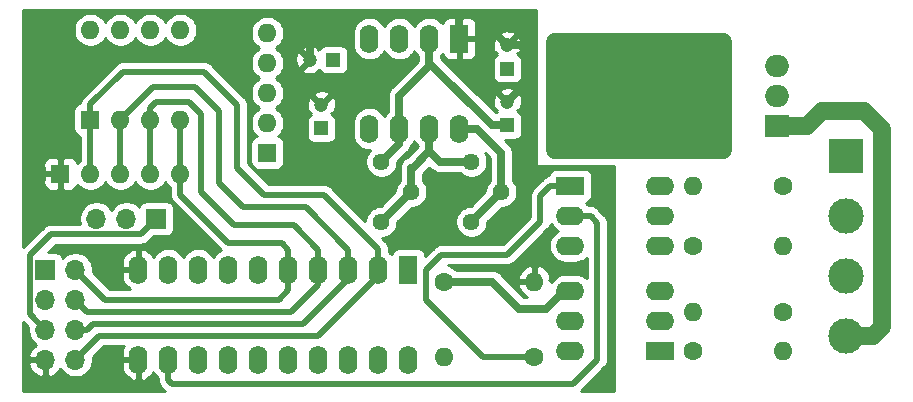
<source format=gbr>
G04 #@! TF.GenerationSoftware,KiCad,Pcbnew,(5.1.5)-3*
G04 #@! TF.CreationDate,2020-03-13T12:56:36+05:00*
G04 #@! TF.ProjectId,dimmer,64696d6d-6572-42e6-9b69-6361645f7063,0.1*
G04 #@! TF.SameCoordinates,Original*
G04 #@! TF.FileFunction,Copper,L2,Bot*
G04 #@! TF.FilePolarity,Positive*
%FSLAX46Y46*%
G04 Gerber Fmt 4.6, Leading zero omitted, Abs format (unit mm)*
G04 Created by KiCad (PCBNEW (5.1.5)-3) date 2020-03-13 12:56:36*
%MOMM*%
%LPD*%
G04 APERTURE LIST*
%ADD10C,3.000000*%
%ADD11R,3.000000X3.000000*%
%ADD12R,2.400000X1.600000*%
%ADD13O,2.400000X1.600000*%
%ADD14R,1.600000X2.400000*%
%ADD15O,1.600000X2.400000*%
%ADD16R,1.700000X1.700000*%
%ADD17O,1.700000X1.700000*%
%ADD18O,1.600000X1.600000*%
%ADD19C,1.600000*%
%ADD20R,1.600000X1.600000*%
%ADD21C,1.200000*%
%ADD22R,1.200000X1.200000*%
%ADD23R,2.000000X1.905000*%
%ADD24O,2.000000X1.905000*%
%ADD25C,1.440000*%
%ADD26C,0.800000*%
%ADD27C,1.500000*%
%ADD28C,0.700000*%
%ADD29C,0.500000*%
%ADD30C,0.254000*%
G04 APERTURE END LIST*
D10*
X194056000Y-86614000D03*
X194056000Y-91694000D03*
D11*
X194056000Y-81534000D03*
D10*
X194056000Y-96774000D03*
D12*
X178308000Y-98044000D03*
D13*
X170688000Y-92964000D03*
X178308000Y-95504000D03*
X170688000Y-95504000D03*
X178308000Y-92964000D03*
X170688000Y-98044000D03*
D14*
X161290000Y-71628000D03*
D15*
X153670000Y-79248000D03*
X158750000Y-71628000D03*
X156210000Y-79248000D03*
X156210000Y-71628000D03*
X158750000Y-79248000D03*
X153670000Y-71628000D03*
X161290000Y-79248000D03*
D16*
X126238000Y-91186000D03*
D17*
X128778000Y-91186000D03*
X126238000Y-93726000D03*
X128778000Y-93726000D03*
X126238000Y-96266000D03*
X128778000Y-96266000D03*
X126238000Y-98806000D03*
X128778000Y-98806000D03*
D16*
X135636000Y-86868000D03*
D17*
X133096000Y-86868000D03*
X130556000Y-86868000D03*
D18*
X160020000Y-98552000D03*
D19*
X167640000Y-98552000D03*
X160020000Y-92202000D03*
D18*
X167640000Y-92202000D03*
X188722000Y-89154000D03*
D19*
X181102000Y-89154000D03*
X188722000Y-84074000D03*
D18*
X181102000Y-84074000D03*
D19*
X181102000Y-98044000D03*
D18*
X188722000Y-98044000D03*
X181102000Y-94742000D03*
D19*
X188722000Y-94742000D03*
D18*
X137668000Y-83058000D03*
X135128000Y-83058000D03*
X132588000Y-83058000D03*
X130048000Y-83058000D03*
D20*
X127508000Y-83058000D03*
X145034000Y-81280000D03*
D18*
X145034000Y-78740000D03*
X145034000Y-76200000D03*
X145034000Y-73660000D03*
X145034000Y-71120000D03*
D20*
X130048000Y-78486000D03*
D18*
X137668000Y-70866000D03*
X132588000Y-78486000D03*
X135128000Y-70866000D03*
X135128000Y-78486000D03*
X132588000Y-70866000D03*
X137668000Y-78486000D03*
X130048000Y-70866000D03*
D14*
X156972000Y-91186000D03*
D15*
X134112000Y-98806000D03*
X154432000Y-91186000D03*
X136652000Y-98806000D03*
X151892000Y-91186000D03*
X139192000Y-98806000D03*
X149352000Y-91186000D03*
X141732000Y-98806000D03*
X146812000Y-91186000D03*
X144272000Y-98806000D03*
X144272000Y-91186000D03*
X146812000Y-98806000D03*
X141732000Y-91186000D03*
X149352000Y-98806000D03*
X139192000Y-91186000D03*
X151892000Y-98806000D03*
X136652000Y-91186000D03*
X154432000Y-98806000D03*
X134112000Y-91186000D03*
X156972000Y-98806000D03*
D13*
X178308000Y-84074000D03*
X170688000Y-89154000D03*
X178308000Y-86614000D03*
X170688000Y-86614000D03*
X178308000Y-89154000D03*
D12*
X170688000Y-84074000D03*
D21*
X148622000Y-73406000D03*
D22*
X150622000Y-73406000D03*
X165354000Y-74168000D03*
D21*
X165354000Y-72168000D03*
X149606000Y-77216000D03*
D22*
X149606000Y-79216000D03*
X165354000Y-78962000D03*
D21*
X165354000Y-76962000D03*
D23*
X188214000Y-78994000D03*
D24*
X188214000Y-76454000D03*
X188214000Y-73914000D03*
D25*
X162306000Y-87122000D03*
X164846000Y-84582000D03*
X162306000Y-82042000D03*
X154686000Y-82042000D03*
X157226000Y-84582000D03*
X154686000Y-87122000D03*
D26*
X175514000Y-75946000D03*
X175514000Y-76962000D03*
X175514000Y-74930000D03*
X176530000Y-74930000D03*
X176530000Y-75946000D03*
X176530000Y-76962000D03*
X177546000Y-76962000D03*
X177546000Y-75946000D03*
X177546000Y-74930000D03*
X178562000Y-74930000D03*
X178562000Y-75946000D03*
X178562000Y-76962000D03*
X178562000Y-77978000D03*
X177546000Y-77978000D03*
X176530000Y-77978000D03*
X175514000Y-77978000D03*
X179578000Y-74930000D03*
X180594000Y-74930000D03*
X181610000Y-74930000D03*
X182626000Y-74930000D03*
X183642000Y-74930000D03*
X183642000Y-75946000D03*
X182626000Y-75946000D03*
X181610000Y-75946000D03*
X180594000Y-75946000D03*
X179578000Y-75946000D03*
X179578000Y-76962000D03*
X179578000Y-77978000D03*
X180594000Y-77978000D03*
X180594000Y-76962000D03*
X181610000Y-76962000D03*
X182626000Y-76962000D03*
X183642000Y-76962000D03*
X183642000Y-77978000D03*
X182626000Y-77978000D03*
X181610000Y-77978000D03*
X183642000Y-78994000D03*
X183642000Y-80010000D03*
X183642000Y-81026000D03*
X182626000Y-81026000D03*
X181610000Y-81026000D03*
X180594000Y-81026000D03*
X179578000Y-81026000D03*
X178562000Y-81026000D03*
X177546000Y-81026000D03*
X176530000Y-81026000D03*
X175514000Y-81026000D03*
X175514000Y-71882000D03*
X175514000Y-72898000D03*
X175514000Y-73914000D03*
X175514000Y-78994000D03*
X175514000Y-80010000D03*
X176530000Y-71882000D03*
X177546000Y-71882000D03*
X178562000Y-71882000D03*
X179578000Y-71882000D03*
X180594000Y-71882000D03*
X181610000Y-71882000D03*
X182626000Y-71882000D03*
X183642000Y-71882000D03*
X183642000Y-72898000D03*
X183642000Y-73914000D03*
X182626000Y-73914000D03*
X181610000Y-73914000D03*
X180594000Y-73914000D03*
X179578000Y-73914000D03*
X178562000Y-73914000D03*
X177546000Y-73914000D03*
X176530000Y-73914000D03*
X176530000Y-72898000D03*
X177546000Y-72898000D03*
X178562000Y-72898000D03*
X179578000Y-72898000D03*
X180594000Y-72898000D03*
X181610000Y-72898000D03*
X182626000Y-72898000D03*
X182626000Y-78994000D03*
X181610000Y-78994000D03*
X180594000Y-78994000D03*
X179578000Y-78994000D03*
X178562000Y-78994000D03*
X177546000Y-78994000D03*
X176530000Y-78994000D03*
X176530000Y-80010000D03*
X177546000Y-80010000D03*
X178562000Y-80010000D03*
X179578000Y-80010000D03*
X180594000Y-80010000D03*
X181610000Y-80010000D03*
X182626000Y-80010000D03*
X174498000Y-74930000D03*
X174498000Y-75946000D03*
X174498000Y-76962000D03*
X174498000Y-77978000D03*
X174498000Y-78994000D03*
X174498000Y-80010000D03*
X174498000Y-81026000D03*
X174498000Y-73914000D03*
X174498000Y-72898000D03*
X174498000Y-71882000D03*
X173482000Y-71882000D03*
X173482000Y-72898000D03*
X173482000Y-73914000D03*
X173482000Y-81026000D03*
X173482000Y-80010000D03*
X173482000Y-78994000D03*
X172466000Y-78994000D03*
X172466000Y-80010000D03*
X172466000Y-81026000D03*
X172466000Y-73914000D03*
X172466000Y-72898000D03*
X172466000Y-71882000D03*
X171450000Y-71882000D03*
X170434000Y-71882000D03*
X169418000Y-72898000D03*
X170434000Y-72898000D03*
X171450000Y-72898000D03*
X171450000Y-73914000D03*
X170434000Y-73914000D03*
X169418000Y-74930000D03*
X173482000Y-74930000D03*
X173482000Y-77978000D03*
X171450000Y-78994000D03*
X170434000Y-78994000D03*
X169418000Y-78994000D03*
X169418000Y-80010000D03*
X169418000Y-81026000D03*
X170434000Y-81026000D03*
X171450000Y-81026000D03*
X171450000Y-80010000D03*
X170434000Y-80010000D03*
X169418000Y-77978000D03*
X169418000Y-73914000D03*
X169418000Y-71882000D03*
D27*
X183642000Y-81026000D02*
X183642000Y-71882000D01*
X183642000Y-72898000D02*
X170180000Y-72898000D01*
X170180000Y-72898000D02*
X169418000Y-73660000D01*
X169418000Y-73660000D02*
X169418000Y-73914000D01*
X173078000Y-74930000D02*
X171554000Y-76454000D01*
X183642000Y-74930000D02*
X173078000Y-74930000D01*
X173078000Y-77978000D02*
X171554000Y-76454000D01*
X183642000Y-77978000D02*
X173078000Y-77978000D01*
X169418000Y-72898000D02*
X169418000Y-71882000D01*
X169418000Y-71882000D02*
X182626000Y-71882000D01*
X169418000Y-71882000D02*
X169418000Y-74930000D01*
X169418000Y-71882000D02*
X169418000Y-71882000D01*
X169418000Y-71882000D02*
X169418000Y-71882000D01*
X183642000Y-81026000D02*
X169418000Y-81026000D01*
X169418000Y-80010000D02*
X183642000Y-80010000D01*
X183642000Y-78994000D02*
X169418000Y-78994000D01*
X169418000Y-77978000D02*
X183642000Y-77978000D01*
X172062000Y-76962000D02*
X171554000Y-76454000D01*
X183642000Y-76962000D02*
X172062000Y-76962000D01*
X172062000Y-75946000D02*
X171554000Y-76454000D01*
X183642000Y-75946000D02*
X172062000Y-75946000D01*
X183642000Y-74930000D02*
X169418000Y-74930000D01*
X169418000Y-73914000D02*
X183642000Y-73914000D01*
X183642000Y-71882000D02*
X169418000Y-71882000D01*
X169672000Y-75946000D02*
X169418000Y-75692000D01*
X183642000Y-75946000D02*
X169672000Y-75946000D01*
X169418000Y-73914000D02*
X169418000Y-75692000D01*
X169672000Y-76962000D02*
X169418000Y-76708000D01*
X169418000Y-75692000D02*
X169418000Y-76708000D01*
X183642000Y-76962000D02*
X169672000Y-76962000D01*
X169418000Y-76708000D02*
X169418000Y-81026000D01*
D28*
X148622000Y-73406000D02*
X148622000Y-72104000D01*
X148622000Y-72104000D02*
X151130000Y-69596000D01*
X162782000Y-69596000D02*
X165354000Y-72168000D01*
X161158000Y-69596000D02*
X159512000Y-69596000D01*
X161290000Y-71628000D02*
X161290000Y-69728000D01*
X151130000Y-69596000D02*
X159512000Y-69596000D01*
X161290000Y-69728000D02*
X161158000Y-69596000D01*
X159512000Y-69596000D02*
X162782000Y-69596000D01*
X165354000Y-72168000D02*
X166402000Y-72168000D01*
X166402000Y-72168000D02*
X167386000Y-73152000D01*
X167386000Y-74930000D02*
X165354000Y-76962000D01*
X167386000Y-73152000D02*
X167386000Y-74930000D01*
X162790000Y-79248000D02*
X161290000Y-79248000D01*
X164846000Y-81304000D02*
X162790000Y-79248000D01*
X164846000Y-84582000D02*
X164846000Y-81304000D01*
X164846000Y-84582000D02*
X162306000Y-87122000D01*
X158750000Y-71628000D02*
X158750000Y-73914000D01*
X156210000Y-76454000D02*
X156210000Y-79248000D01*
X158750000Y-73914000D02*
X156210000Y-76454000D01*
X158750000Y-73528000D02*
X158750000Y-71628000D01*
X164054000Y-78962000D02*
X158750000Y-73658000D01*
X158750000Y-73658000D02*
X158750000Y-73528000D01*
X165354000Y-78962000D02*
X164054000Y-78962000D01*
X156210000Y-80518000D02*
X154686000Y-82042000D01*
X156210000Y-79248000D02*
X156210000Y-80518000D01*
D29*
X137668000Y-83058000D02*
X137668000Y-78486000D01*
X137668000Y-83058000D02*
X137668000Y-84836000D01*
X137668000Y-84836000D02*
X141732000Y-88900000D01*
X146812000Y-89486000D02*
X146812000Y-91186000D01*
X146226000Y-88900000D02*
X146812000Y-89486000D01*
X141732000Y-88900000D02*
X146226000Y-88900000D01*
X146812000Y-92886000D02*
X145972000Y-93726000D01*
X146812000Y-91186000D02*
X146812000Y-92886000D01*
X131318000Y-93726000D02*
X128778000Y-91186000D01*
X145972000Y-93726000D02*
X131318000Y-93726000D01*
X135128000Y-83058000D02*
X135128000Y-78486000D01*
X149352000Y-89486000D02*
X149352000Y-91186000D01*
X142240000Y-87376000D02*
X147242000Y-87376000D01*
X139446000Y-77978000D02*
X139446000Y-84582000D01*
X147242000Y-87376000D02*
X149352000Y-89486000D01*
X135128000Y-78486000D02*
X135128000Y-77470000D01*
X135128000Y-77470000D02*
X135636000Y-76962000D01*
X139446000Y-84582000D02*
X142240000Y-87376000D01*
X138430000Y-76962000D02*
X139446000Y-77978000D01*
X135636000Y-76962000D02*
X138430000Y-76962000D01*
X147066000Y-94742000D02*
X149352000Y-92456000D01*
X129794000Y-94742000D02*
X147066000Y-94742000D01*
X149352000Y-91186000D02*
X149352000Y-92456000D01*
X128778000Y-93726000D02*
X129794000Y-94742000D01*
X134335999Y-88168001D02*
X135636000Y-86868000D01*
X124937999Y-89975999D02*
X126745997Y-88168001D01*
X124937999Y-94965999D02*
X124937999Y-89975999D01*
X126745997Y-88168001D02*
X134335999Y-88168001D01*
X126238000Y-96266000D02*
X124937999Y-94965999D01*
X132588000Y-83058000D02*
X132588000Y-78486000D01*
X151892000Y-89486000D02*
X151892000Y-91186000D01*
X148258000Y-85852000D02*
X151892000Y-89486000D01*
X143002000Y-85852000D02*
X148258000Y-85852000D01*
X135382000Y-75692000D02*
X138938000Y-75692000D01*
X132588000Y-78486000D02*
X135382000Y-75692000D01*
X138938000Y-75692000D02*
X140970000Y-77724000D01*
X140970000Y-77724000D02*
X140970000Y-83820000D01*
X140970000Y-83820000D02*
X143002000Y-85852000D01*
X130302000Y-95758000D02*
X129794000Y-96266000D01*
X148082000Y-95758000D02*
X130302000Y-95758000D01*
X151892000Y-91186000D02*
X151892000Y-91948000D01*
X129794000Y-96266000D02*
X128778000Y-96266000D01*
X151892000Y-91948000D02*
X148082000Y-95758000D01*
X130048000Y-83058000D02*
X130048000Y-78486000D01*
X154432000Y-89408000D02*
X154432000Y-91186000D01*
X144780000Y-84836000D02*
X149860000Y-84836000D01*
X149860000Y-84836000D02*
X154432000Y-89408000D01*
X130048000Y-77186000D02*
X132812000Y-74422000D01*
X142494000Y-82550000D02*
X144780000Y-84836000D01*
X130048000Y-78486000D02*
X130048000Y-77186000D01*
X132812000Y-74422000D02*
X139700000Y-74422000D01*
X139700000Y-74422000D02*
X142494000Y-77216000D01*
X142494000Y-77216000D02*
X142494000Y-82550000D01*
X154432000Y-91694000D02*
X154432000Y-91186000D01*
X149352000Y-96774000D02*
X154432000Y-91694000D01*
X128778000Y-98806000D02*
X130810000Y-96774000D01*
X130810000Y-96774000D02*
X149352000Y-96774000D01*
X168988000Y-84074000D02*
X170688000Y-84074000D01*
X165354000Y-89916000D02*
X168148000Y-87122000D01*
X167640000Y-98552000D02*
X163322000Y-98552000D01*
X163322000Y-98552000D02*
X158496000Y-93726000D01*
X158496000Y-93726000D02*
X158496000Y-91186000D01*
X168148000Y-84914000D02*
X168988000Y-84074000D01*
X158496000Y-91186000D02*
X159766000Y-89916000D01*
X168148000Y-87122000D02*
X168148000Y-84914000D01*
X159766000Y-89916000D02*
X165354000Y-89916000D01*
D28*
X170688000Y-92964000D02*
X170180000Y-92964000D01*
X170180000Y-92964000D02*
X168656000Y-94488000D01*
X168656000Y-94488000D02*
X166370000Y-94488000D01*
X164084000Y-92202000D02*
X160020000Y-92202000D01*
X166370000Y-94488000D02*
X164084000Y-92202000D01*
D29*
X137819001Y-70714999D02*
X137668000Y-70866000D01*
D28*
X157226000Y-84582000D02*
X157226000Y-82550000D01*
X158750000Y-81148000D02*
X158750000Y-79248000D01*
X157348000Y-82550000D02*
X158750000Y-81148000D01*
X157226000Y-82550000D02*
X157348000Y-82550000D01*
X159644000Y-82042000D02*
X158750000Y-81148000D01*
X162306000Y-82042000D02*
X159644000Y-82042000D01*
X157226000Y-84582000D02*
X154686000Y-87122000D01*
D29*
X170688000Y-86614000D02*
X172388000Y-86614000D01*
X172388000Y-86614000D02*
X172974000Y-87200000D01*
X172974000Y-87200000D02*
X172974000Y-98806000D01*
X172974000Y-98806000D02*
X170942000Y-100838000D01*
X136652000Y-100506000D02*
X136652000Y-98806000D01*
X136984000Y-100838000D02*
X136652000Y-100506000D01*
X170942000Y-100838000D02*
X136984000Y-100838000D01*
D27*
X197104000Y-96012000D02*
X196342000Y-96774000D01*
X196342000Y-96774000D02*
X194056000Y-96774000D01*
X190714000Y-78994000D02*
X191984000Y-77724000D01*
X195580000Y-77724000D02*
X197104000Y-79248000D01*
X188214000Y-78994000D02*
X190714000Y-78994000D01*
X191984000Y-77724000D02*
X195580000Y-77724000D01*
X197104000Y-84074000D02*
X197104000Y-96012000D01*
X197104000Y-79248000D02*
X197104000Y-84074000D01*
D30*
G36*
X167767000Y-82296000D02*
G01*
X167769440Y-82320776D01*
X167776667Y-82344601D01*
X167788403Y-82366557D01*
X167804197Y-82385803D01*
X167823443Y-82401597D01*
X167845399Y-82413333D01*
X167869224Y-82420560D01*
X167894000Y-82423000D01*
X174371000Y-82423000D01*
X174371000Y-101448000D01*
X171586260Y-101448000D01*
X171598534Y-101433044D01*
X173569049Y-99462530D01*
X173602817Y-99434817D01*
X173713411Y-99300059D01*
X173795589Y-99146313D01*
X173846195Y-98979490D01*
X173859000Y-98849477D01*
X173859000Y-98849469D01*
X173863281Y-98806000D01*
X173859000Y-98762531D01*
X173859000Y-87243465D01*
X173863281Y-87199999D01*
X173859000Y-87156533D01*
X173859000Y-87156523D01*
X173846195Y-87026510D01*
X173795589Y-86859687D01*
X173713411Y-86705941D01*
X173602817Y-86571183D01*
X173569045Y-86543467D01*
X173044534Y-86018956D01*
X173016817Y-85985183D01*
X172882059Y-85874589D01*
X172728313Y-85792411D01*
X172561490Y-85741805D01*
X172431477Y-85729000D01*
X172431469Y-85729000D01*
X172388000Y-85724719D01*
X172344531Y-85729000D01*
X172218078Y-85729000D01*
X172107608Y-85594392D01*
X171994518Y-85501581D01*
X172012482Y-85499812D01*
X172132180Y-85463502D01*
X172242494Y-85404537D01*
X172339185Y-85325185D01*
X172418537Y-85228494D01*
X172477502Y-85118180D01*
X172513812Y-84998482D01*
X172526072Y-84874000D01*
X172526072Y-83274000D01*
X172513812Y-83149518D01*
X172477502Y-83029820D01*
X172418537Y-82919506D01*
X172339185Y-82822815D01*
X172242494Y-82743463D01*
X172132180Y-82684498D01*
X172012482Y-82648188D01*
X171888000Y-82635928D01*
X169488000Y-82635928D01*
X169363518Y-82648188D01*
X169243820Y-82684498D01*
X169133506Y-82743463D01*
X169036815Y-82822815D01*
X168957463Y-82919506D01*
X168898498Y-83029820D01*
X168862188Y-83149518D01*
X168857455Y-83197575D01*
X168814510Y-83201805D01*
X168647687Y-83252411D01*
X168493941Y-83334589D01*
X168481343Y-83344928D01*
X168392953Y-83417468D01*
X168392951Y-83417470D01*
X168359183Y-83445183D01*
X168331470Y-83478951D01*
X167552951Y-84257471D01*
X167519184Y-84285183D01*
X167491471Y-84318951D01*
X167491468Y-84318954D01*
X167408590Y-84419941D01*
X167326412Y-84573687D01*
X167275805Y-84740510D01*
X167258719Y-84914000D01*
X167263001Y-84957479D01*
X167263000Y-86755421D01*
X164987422Y-89031000D01*
X159809465Y-89031000D01*
X159765999Y-89026719D01*
X159722533Y-89031000D01*
X159722523Y-89031000D01*
X159592510Y-89043805D01*
X159425687Y-89094411D01*
X159271941Y-89176589D01*
X159271939Y-89176590D01*
X159271940Y-89176590D01*
X159170953Y-89259468D01*
X159170951Y-89259470D01*
X159137183Y-89287183D01*
X159109470Y-89320951D01*
X158410072Y-90020350D01*
X158410072Y-89986000D01*
X158397812Y-89861518D01*
X158361502Y-89741820D01*
X158302537Y-89631506D01*
X158223185Y-89534815D01*
X158126494Y-89455463D01*
X158016180Y-89396498D01*
X157896482Y-89360188D01*
X157772000Y-89347928D01*
X156172000Y-89347928D01*
X156047518Y-89360188D01*
X155927820Y-89396498D01*
X155817506Y-89455463D01*
X155720815Y-89534815D01*
X155641463Y-89631506D01*
X155582498Y-89741820D01*
X155546188Y-89861518D01*
X155544419Y-89879482D01*
X155451608Y-89766392D01*
X155317000Y-89655922D01*
X155317000Y-89451465D01*
X155321281Y-89407999D01*
X155317000Y-89364533D01*
X155317000Y-89364523D01*
X155304195Y-89234510D01*
X155253589Y-89067687D01*
X155171411Y-88913941D01*
X155060817Y-88779183D01*
X155027050Y-88751472D01*
X154752579Y-88477000D01*
X154819456Y-88477000D01*
X155081239Y-88424928D01*
X155327833Y-88322785D01*
X155549762Y-88174497D01*
X155738497Y-87985762D01*
X155886785Y-87763833D01*
X155988928Y-87517239D01*
X156041000Y-87255456D01*
X156041000Y-87160000D01*
X157264000Y-85937000D01*
X157359456Y-85937000D01*
X157621239Y-85884928D01*
X157867833Y-85782785D01*
X158089762Y-85634497D01*
X158278497Y-85445762D01*
X158426785Y-85223833D01*
X158528928Y-84977239D01*
X158581000Y-84715456D01*
X158581000Y-84448544D01*
X158528928Y-84186761D01*
X158426785Y-83940167D01*
X158278497Y-83718238D01*
X158211000Y-83650741D01*
X158211000Y-83080000D01*
X158750000Y-82541000D01*
X158913289Y-82704289D01*
X158944130Y-82741870D01*
X159094116Y-82864960D01*
X159249108Y-82947805D01*
X159265233Y-82956424D01*
X159450906Y-83012747D01*
X159644000Y-83031765D01*
X159692380Y-83027000D01*
X161374741Y-83027000D01*
X161442238Y-83094497D01*
X161664167Y-83242785D01*
X161910761Y-83344928D01*
X162172544Y-83397000D01*
X162439456Y-83397000D01*
X162701239Y-83344928D01*
X162947833Y-83242785D01*
X163169762Y-83094497D01*
X163358497Y-82905762D01*
X163506785Y-82683833D01*
X163608928Y-82437239D01*
X163661000Y-82175456D01*
X163661000Y-81908544D01*
X163608928Y-81646761D01*
X163506785Y-81400167D01*
X163421442Y-81272442D01*
X163861001Y-81712001D01*
X163861000Y-83650741D01*
X163793503Y-83718238D01*
X163645215Y-83940167D01*
X163543072Y-84186761D01*
X163491000Y-84448544D01*
X163491000Y-84544000D01*
X162268000Y-85767000D01*
X162172544Y-85767000D01*
X161910761Y-85819072D01*
X161664167Y-85921215D01*
X161442238Y-86069503D01*
X161253503Y-86258238D01*
X161105215Y-86480167D01*
X161003072Y-86726761D01*
X160951000Y-86988544D01*
X160951000Y-87255456D01*
X161003072Y-87517239D01*
X161105215Y-87763833D01*
X161253503Y-87985762D01*
X161442238Y-88174497D01*
X161664167Y-88322785D01*
X161910761Y-88424928D01*
X162172544Y-88477000D01*
X162439456Y-88477000D01*
X162701239Y-88424928D01*
X162947833Y-88322785D01*
X163169762Y-88174497D01*
X163358497Y-87985762D01*
X163506785Y-87763833D01*
X163608928Y-87517239D01*
X163661000Y-87255456D01*
X163661000Y-87160000D01*
X164884000Y-85937000D01*
X164979456Y-85937000D01*
X165241239Y-85884928D01*
X165487833Y-85782785D01*
X165709762Y-85634497D01*
X165898497Y-85445762D01*
X166046785Y-85223833D01*
X166148928Y-84977239D01*
X166201000Y-84715456D01*
X166201000Y-84448544D01*
X166148928Y-84186761D01*
X166046785Y-83940167D01*
X165898497Y-83718238D01*
X165831000Y-83650741D01*
X165831000Y-81352379D01*
X165835765Y-81303999D01*
X165816747Y-81110906D01*
X165760424Y-80925233D01*
X165745209Y-80896768D01*
X165668960Y-80754116D01*
X165545870Y-80604130D01*
X165508284Y-80573284D01*
X165135072Y-80200072D01*
X165954000Y-80200072D01*
X166078482Y-80187812D01*
X166198180Y-80151502D01*
X166308494Y-80092537D01*
X166405185Y-80013185D01*
X166484537Y-79916494D01*
X166543502Y-79806180D01*
X166579812Y-79686482D01*
X166592072Y-79562000D01*
X166592072Y-78362000D01*
X166579812Y-78237518D01*
X166543502Y-78117820D01*
X166484537Y-78007506D01*
X166405185Y-77910815D01*
X166308494Y-77831463D01*
X166262994Y-77807142D01*
X166320872Y-77749264D01*
X166203766Y-77632158D01*
X166427348Y-77584852D01*
X166528237Y-77363484D01*
X166584000Y-77126687D01*
X166592495Y-76883562D01*
X166553395Y-76643451D01*
X166468202Y-76415582D01*
X166427348Y-76339148D01*
X166203764Y-76291841D01*
X165533605Y-76962000D01*
X165547748Y-76976143D01*
X165368143Y-77155748D01*
X165354000Y-77141605D01*
X165339858Y-77155748D01*
X165160253Y-76976143D01*
X165174395Y-76962000D01*
X164504236Y-76291841D01*
X164280652Y-76339148D01*
X164179763Y-76560516D01*
X164124000Y-76797313D01*
X164115505Y-77040438D01*
X164154605Y-77280549D01*
X164239798Y-77508418D01*
X164280652Y-77584852D01*
X164504234Y-77632158D01*
X164387128Y-77749264D01*
X164445006Y-77807142D01*
X164399506Y-77831463D01*
X164353895Y-77868895D01*
X162597236Y-76112236D01*
X164683841Y-76112236D01*
X165354000Y-76782395D01*
X166024159Y-76112236D01*
X165976852Y-75888652D01*
X165755484Y-75787763D01*
X165518687Y-75732000D01*
X165275562Y-75723505D01*
X165035451Y-75762605D01*
X164807582Y-75847798D01*
X164731148Y-75888652D01*
X164683841Y-76112236D01*
X162597236Y-76112236D01*
X159735000Y-73250000D01*
X159735000Y-73076009D01*
X159769607Y-73047608D01*
X159862419Y-72934517D01*
X159864188Y-72952482D01*
X159900498Y-73072180D01*
X159959463Y-73182494D01*
X160038815Y-73279185D01*
X160135506Y-73358537D01*
X160245820Y-73417502D01*
X160365518Y-73453812D01*
X160490000Y-73466072D01*
X161004250Y-73463000D01*
X161163000Y-73304250D01*
X161163000Y-71755000D01*
X161417000Y-71755000D01*
X161417000Y-73304250D01*
X161575750Y-73463000D01*
X162090000Y-73466072D01*
X162214482Y-73453812D01*
X162334180Y-73417502D01*
X162444494Y-73358537D01*
X162541185Y-73279185D01*
X162620537Y-73182494D01*
X162679502Y-73072180D01*
X162715812Y-72952482D01*
X162728072Y-72828000D01*
X162726118Y-72246438D01*
X164115505Y-72246438D01*
X164154605Y-72486549D01*
X164239798Y-72714418D01*
X164280652Y-72790852D01*
X164504234Y-72838158D01*
X164387128Y-72955264D01*
X164445006Y-73013142D01*
X164399506Y-73037463D01*
X164302815Y-73116815D01*
X164223463Y-73213506D01*
X164164498Y-73323820D01*
X164128188Y-73443518D01*
X164115928Y-73568000D01*
X164115928Y-74768000D01*
X164128188Y-74892482D01*
X164164498Y-75012180D01*
X164223463Y-75122494D01*
X164302815Y-75219185D01*
X164399506Y-75298537D01*
X164509820Y-75357502D01*
X164629518Y-75393812D01*
X164754000Y-75406072D01*
X165954000Y-75406072D01*
X166078482Y-75393812D01*
X166198180Y-75357502D01*
X166308494Y-75298537D01*
X166405185Y-75219185D01*
X166484537Y-75122494D01*
X166543502Y-75012180D01*
X166579812Y-74892482D01*
X166592072Y-74768000D01*
X166592072Y-73568000D01*
X166579812Y-73443518D01*
X166543502Y-73323820D01*
X166484537Y-73213506D01*
X166405185Y-73116815D01*
X166308494Y-73037463D01*
X166262994Y-73013142D01*
X166320872Y-72955264D01*
X166203766Y-72838158D01*
X166427348Y-72790852D01*
X166528237Y-72569484D01*
X166584000Y-72332687D01*
X166592495Y-72089562D01*
X166553395Y-71849451D01*
X166468202Y-71621582D01*
X166427348Y-71545148D01*
X166203764Y-71497841D01*
X165533605Y-72168000D01*
X165547748Y-72182143D01*
X165368143Y-72361748D01*
X165354000Y-72347605D01*
X165339858Y-72361748D01*
X165160253Y-72182143D01*
X165174395Y-72168000D01*
X164504236Y-71497841D01*
X164280652Y-71545148D01*
X164179763Y-71766516D01*
X164124000Y-72003313D01*
X164115505Y-72246438D01*
X162726118Y-72246438D01*
X162725000Y-71913750D01*
X162566250Y-71755000D01*
X161417000Y-71755000D01*
X161163000Y-71755000D01*
X161143000Y-71755000D01*
X161143000Y-71501000D01*
X161163000Y-71501000D01*
X161163000Y-69951750D01*
X161417000Y-69951750D01*
X161417000Y-71501000D01*
X162566250Y-71501000D01*
X162725000Y-71342250D01*
X162725080Y-71318236D01*
X164683841Y-71318236D01*
X165354000Y-71988395D01*
X166024159Y-71318236D01*
X165976852Y-71094652D01*
X165755484Y-70993763D01*
X165518687Y-70938000D01*
X165275562Y-70929505D01*
X165035451Y-70968605D01*
X164807582Y-71053798D01*
X164731148Y-71094652D01*
X164683841Y-71318236D01*
X162725080Y-71318236D01*
X162728072Y-70428000D01*
X162715812Y-70303518D01*
X162679502Y-70183820D01*
X162620537Y-70073506D01*
X162541185Y-69976815D01*
X162444494Y-69897463D01*
X162334180Y-69838498D01*
X162214482Y-69802188D01*
X162090000Y-69789928D01*
X161575750Y-69793000D01*
X161417000Y-69951750D01*
X161163000Y-69951750D01*
X161004250Y-69793000D01*
X160490000Y-69789928D01*
X160365518Y-69802188D01*
X160245820Y-69838498D01*
X160135506Y-69897463D01*
X160038815Y-69976815D01*
X159959463Y-70073506D01*
X159900498Y-70183820D01*
X159864188Y-70303518D01*
X159862419Y-70321482D01*
X159769608Y-70208392D01*
X159551101Y-70029068D01*
X159301808Y-69895818D01*
X159031309Y-69813764D01*
X158750000Y-69786057D01*
X158468692Y-69813764D01*
X158198193Y-69895818D01*
X157948900Y-70029068D01*
X157730393Y-70208392D01*
X157551068Y-70426899D01*
X157480000Y-70559858D01*
X157408932Y-70426899D01*
X157229608Y-70208392D01*
X157011101Y-70029068D01*
X156761808Y-69895818D01*
X156491309Y-69813764D01*
X156210000Y-69786057D01*
X155928692Y-69813764D01*
X155658193Y-69895818D01*
X155408900Y-70029068D01*
X155190393Y-70208392D01*
X155011068Y-70426899D01*
X154940000Y-70559858D01*
X154868932Y-70426899D01*
X154689608Y-70208392D01*
X154471101Y-70029068D01*
X154221808Y-69895818D01*
X153951309Y-69813764D01*
X153670000Y-69786057D01*
X153388692Y-69813764D01*
X153118193Y-69895818D01*
X152868900Y-70029068D01*
X152650393Y-70208392D01*
X152471068Y-70426899D01*
X152337818Y-70676192D01*
X152255764Y-70946691D01*
X152235000Y-71157508D01*
X152235000Y-72098491D01*
X152255764Y-72309308D01*
X152337818Y-72579807D01*
X152471068Y-72829100D01*
X152650392Y-73047607D01*
X152868899Y-73226932D01*
X153118192Y-73360182D01*
X153388691Y-73442236D01*
X153670000Y-73469943D01*
X153951308Y-73442236D01*
X154221807Y-73360182D01*
X154471100Y-73226932D01*
X154689607Y-73047608D01*
X154868932Y-72829101D01*
X154940000Y-72696142D01*
X155011068Y-72829100D01*
X155190392Y-73047607D01*
X155408899Y-73226932D01*
X155658192Y-73360182D01*
X155928691Y-73442236D01*
X156210000Y-73469943D01*
X156491308Y-73442236D01*
X156761807Y-73360182D01*
X157011100Y-73226932D01*
X157229607Y-73047608D01*
X157408932Y-72829101D01*
X157480000Y-72696142D01*
X157551068Y-72829100D01*
X157730392Y-73047607D01*
X157765000Y-73076009D01*
X157765000Y-73506000D01*
X155547716Y-75723284D01*
X155510130Y-75754130D01*
X155387040Y-75904116D01*
X155304432Y-76058665D01*
X155295576Y-76075234D01*
X155239253Y-76260907D01*
X155220235Y-76454000D01*
X155225000Y-76502380D01*
X155225000Y-77799990D01*
X155190393Y-77828392D01*
X155011068Y-78046899D01*
X154940000Y-78179858D01*
X154868932Y-78046899D01*
X154689608Y-77828392D01*
X154471101Y-77649068D01*
X154221808Y-77515818D01*
X153951309Y-77433764D01*
X153670000Y-77406057D01*
X153388692Y-77433764D01*
X153118193Y-77515818D01*
X152868900Y-77649068D01*
X152650393Y-77828392D01*
X152471068Y-78046899D01*
X152337818Y-78296192D01*
X152255764Y-78566691D01*
X152235000Y-78777508D01*
X152235000Y-79718491D01*
X152255764Y-79929308D01*
X152337818Y-80199807D01*
X152471068Y-80449100D01*
X152650392Y-80667607D01*
X152868899Y-80846932D01*
X153118192Y-80980182D01*
X153388691Y-81062236D01*
X153670000Y-81089943D01*
X153727457Y-81084284D01*
X153633503Y-81178238D01*
X153485215Y-81400167D01*
X153383072Y-81646761D01*
X153331000Y-81908544D01*
X153331000Y-82175456D01*
X153383072Y-82437239D01*
X153485215Y-82683833D01*
X153633503Y-82905762D01*
X153822238Y-83094497D01*
X154044167Y-83242785D01*
X154290761Y-83344928D01*
X154552544Y-83397000D01*
X154819456Y-83397000D01*
X155081239Y-83344928D01*
X155327833Y-83242785D01*
X155549762Y-83094497D01*
X155738497Y-82905762D01*
X155886785Y-82683833D01*
X155988928Y-82437239D01*
X156041000Y-82175456D01*
X156041000Y-82080000D01*
X156872284Y-81248716D01*
X156909870Y-81217870D01*
X157032960Y-81067884D01*
X157124424Y-80896767D01*
X157180747Y-80711094D01*
X157181110Y-80707408D01*
X157229607Y-80667608D01*
X157408932Y-80449101D01*
X157480000Y-80316142D01*
X157551068Y-80449100D01*
X157730392Y-80667607D01*
X157765000Y-80696009D01*
X157765000Y-80740000D01*
X156879087Y-81625913D01*
X156847233Y-81635576D01*
X156676116Y-81727040D01*
X156526130Y-81850130D01*
X156403040Y-82000116D01*
X156311576Y-82171233D01*
X156255253Y-82356906D01*
X156236235Y-82550000D01*
X156241001Y-82598390D01*
X156241000Y-83650741D01*
X156173503Y-83718238D01*
X156025215Y-83940167D01*
X155923072Y-84186761D01*
X155871000Y-84448544D01*
X155871000Y-84544000D01*
X154648000Y-85767000D01*
X154552544Y-85767000D01*
X154290761Y-85819072D01*
X154044167Y-85921215D01*
X153822238Y-86069503D01*
X153633503Y-86258238D01*
X153485215Y-86480167D01*
X153383072Y-86726761D01*
X153331000Y-86988544D01*
X153331000Y-87055421D01*
X150516534Y-84240956D01*
X150488817Y-84207183D01*
X150354059Y-84096589D01*
X150200313Y-84014411D01*
X150033490Y-83963805D01*
X149903477Y-83951000D01*
X149903469Y-83951000D01*
X149860000Y-83946719D01*
X149816531Y-83951000D01*
X145146579Y-83951000D01*
X143379000Y-82183422D01*
X143379000Y-80480000D01*
X143595928Y-80480000D01*
X143595928Y-82080000D01*
X143608188Y-82204482D01*
X143644498Y-82324180D01*
X143703463Y-82434494D01*
X143782815Y-82531185D01*
X143879506Y-82610537D01*
X143989820Y-82669502D01*
X144109518Y-82705812D01*
X144234000Y-82718072D01*
X145834000Y-82718072D01*
X145958482Y-82705812D01*
X146078180Y-82669502D01*
X146188494Y-82610537D01*
X146285185Y-82531185D01*
X146364537Y-82434494D01*
X146423502Y-82324180D01*
X146459812Y-82204482D01*
X146472072Y-82080000D01*
X146472072Y-80480000D01*
X146459812Y-80355518D01*
X146423502Y-80235820D01*
X146364537Y-80125506D01*
X146285185Y-80028815D01*
X146188494Y-79949463D01*
X146078180Y-79890498D01*
X145958482Y-79854188D01*
X145950039Y-79853357D01*
X146148637Y-79654759D01*
X146305680Y-79419727D01*
X146413853Y-79158574D01*
X146469000Y-78881335D01*
X146469000Y-78598665D01*
X146413853Y-78321426D01*
X146305680Y-78060273D01*
X146148637Y-77825241D01*
X145948759Y-77625363D01*
X145716241Y-77470000D01*
X145948759Y-77314637D01*
X145968958Y-77294438D01*
X148367505Y-77294438D01*
X148406605Y-77534549D01*
X148491798Y-77762418D01*
X148532652Y-77838852D01*
X148756234Y-77886158D01*
X148639128Y-78003264D01*
X148697006Y-78061142D01*
X148651506Y-78085463D01*
X148554815Y-78164815D01*
X148475463Y-78261506D01*
X148416498Y-78371820D01*
X148380188Y-78491518D01*
X148367928Y-78616000D01*
X148367928Y-79816000D01*
X148380188Y-79940482D01*
X148416498Y-80060180D01*
X148475463Y-80170494D01*
X148554815Y-80267185D01*
X148651506Y-80346537D01*
X148761820Y-80405502D01*
X148881518Y-80441812D01*
X149006000Y-80454072D01*
X150206000Y-80454072D01*
X150330482Y-80441812D01*
X150450180Y-80405502D01*
X150560494Y-80346537D01*
X150657185Y-80267185D01*
X150736537Y-80170494D01*
X150795502Y-80060180D01*
X150831812Y-79940482D01*
X150844072Y-79816000D01*
X150844072Y-78616000D01*
X150831812Y-78491518D01*
X150795502Y-78371820D01*
X150736537Y-78261506D01*
X150657185Y-78164815D01*
X150560494Y-78085463D01*
X150514994Y-78061142D01*
X150572872Y-78003264D01*
X150455766Y-77886158D01*
X150679348Y-77838852D01*
X150780237Y-77617484D01*
X150836000Y-77380687D01*
X150844495Y-77137562D01*
X150805395Y-76897451D01*
X150720202Y-76669582D01*
X150679348Y-76593148D01*
X150455764Y-76545841D01*
X149785605Y-77216000D01*
X149799748Y-77230143D01*
X149620143Y-77409748D01*
X149606000Y-77395605D01*
X149591858Y-77409748D01*
X149412253Y-77230143D01*
X149426395Y-77216000D01*
X148756236Y-76545841D01*
X148532652Y-76593148D01*
X148431763Y-76814516D01*
X148376000Y-77051313D01*
X148367505Y-77294438D01*
X145968958Y-77294438D01*
X146148637Y-77114759D01*
X146305680Y-76879727D01*
X146413853Y-76618574D01*
X146464046Y-76366236D01*
X148935841Y-76366236D01*
X149606000Y-77036395D01*
X150276159Y-76366236D01*
X150228852Y-76142652D01*
X150007484Y-76041763D01*
X149770687Y-75986000D01*
X149527562Y-75977505D01*
X149287451Y-76016605D01*
X149059582Y-76101798D01*
X148983148Y-76142652D01*
X148935841Y-76366236D01*
X146464046Y-76366236D01*
X146469000Y-76341335D01*
X146469000Y-76058665D01*
X146413853Y-75781426D01*
X146305680Y-75520273D01*
X146148637Y-75285241D01*
X145948759Y-75085363D01*
X145716241Y-74930000D01*
X145948759Y-74774637D01*
X146148637Y-74574759D01*
X146305680Y-74339727D01*
X146413853Y-74078574D01*
X146469000Y-73801335D01*
X146469000Y-73518665D01*
X146462192Y-73484438D01*
X147383505Y-73484438D01*
X147422605Y-73724549D01*
X147507798Y-73952418D01*
X147548652Y-74028852D01*
X147772236Y-74076159D01*
X148442395Y-73406000D01*
X147772236Y-72735841D01*
X147548652Y-72783148D01*
X147447763Y-73004516D01*
X147392000Y-73241313D01*
X147383505Y-73484438D01*
X146462192Y-73484438D01*
X146413853Y-73241426D01*
X146305680Y-72980273D01*
X146148637Y-72745241D01*
X145959632Y-72556236D01*
X147951841Y-72556236D01*
X148622000Y-73226395D01*
X148636143Y-73212253D01*
X148815748Y-73391858D01*
X148801605Y-73406000D01*
X148815748Y-73420143D01*
X148636143Y-73599748D01*
X148622000Y-73585605D01*
X147951841Y-74255764D01*
X147999148Y-74479348D01*
X148220516Y-74580237D01*
X148457313Y-74636000D01*
X148700438Y-74644495D01*
X148940549Y-74605395D01*
X149168418Y-74520202D01*
X149244852Y-74479348D01*
X149292158Y-74255766D01*
X149409264Y-74372872D01*
X149467142Y-74314994D01*
X149491463Y-74360494D01*
X149570815Y-74457185D01*
X149667506Y-74536537D01*
X149777820Y-74595502D01*
X149897518Y-74631812D01*
X150022000Y-74644072D01*
X151222000Y-74644072D01*
X151346482Y-74631812D01*
X151466180Y-74595502D01*
X151576494Y-74536537D01*
X151673185Y-74457185D01*
X151752537Y-74360494D01*
X151811502Y-74250180D01*
X151847812Y-74130482D01*
X151860072Y-74006000D01*
X151860072Y-72806000D01*
X151847812Y-72681518D01*
X151811502Y-72561820D01*
X151752537Y-72451506D01*
X151673185Y-72354815D01*
X151576494Y-72275463D01*
X151466180Y-72216498D01*
X151346482Y-72180188D01*
X151222000Y-72167928D01*
X150022000Y-72167928D01*
X149897518Y-72180188D01*
X149777820Y-72216498D01*
X149667506Y-72275463D01*
X149570815Y-72354815D01*
X149491463Y-72451506D01*
X149467142Y-72497006D01*
X149409264Y-72439128D01*
X149292158Y-72556234D01*
X149244852Y-72332652D01*
X149023484Y-72231763D01*
X148786687Y-72176000D01*
X148543562Y-72167505D01*
X148303451Y-72206605D01*
X148075582Y-72291798D01*
X147999148Y-72332652D01*
X147951841Y-72556236D01*
X145959632Y-72556236D01*
X145948759Y-72545363D01*
X145716241Y-72390000D01*
X145948759Y-72234637D01*
X146148637Y-72034759D01*
X146305680Y-71799727D01*
X146413853Y-71538574D01*
X146469000Y-71261335D01*
X146469000Y-70978665D01*
X146413853Y-70701426D01*
X146305680Y-70440273D01*
X146148637Y-70205241D01*
X145948759Y-70005363D01*
X145713727Y-69848320D01*
X145452574Y-69740147D01*
X145175335Y-69685000D01*
X144892665Y-69685000D01*
X144615426Y-69740147D01*
X144354273Y-69848320D01*
X144119241Y-70005363D01*
X143919363Y-70205241D01*
X143762320Y-70440273D01*
X143654147Y-70701426D01*
X143599000Y-70978665D01*
X143599000Y-71261335D01*
X143654147Y-71538574D01*
X143762320Y-71799727D01*
X143919363Y-72034759D01*
X144119241Y-72234637D01*
X144351759Y-72390000D01*
X144119241Y-72545363D01*
X143919363Y-72745241D01*
X143762320Y-72980273D01*
X143654147Y-73241426D01*
X143599000Y-73518665D01*
X143599000Y-73801335D01*
X143654147Y-74078574D01*
X143762320Y-74339727D01*
X143919363Y-74574759D01*
X144119241Y-74774637D01*
X144351759Y-74930000D01*
X144119241Y-75085363D01*
X143919363Y-75285241D01*
X143762320Y-75520273D01*
X143654147Y-75781426D01*
X143599000Y-76058665D01*
X143599000Y-76341335D01*
X143654147Y-76618574D01*
X143762320Y-76879727D01*
X143919363Y-77114759D01*
X144119241Y-77314637D01*
X144351759Y-77470000D01*
X144119241Y-77625363D01*
X143919363Y-77825241D01*
X143762320Y-78060273D01*
X143654147Y-78321426D01*
X143599000Y-78598665D01*
X143599000Y-78881335D01*
X143654147Y-79158574D01*
X143762320Y-79419727D01*
X143919363Y-79654759D01*
X144117961Y-79853357D01*
X144109518Y-79854188D01*
X143989820Y-79890498D01*
X143879506Y-79949463D01*
X143782815Y-80028815D01*
X143703463Y-80125506D01*
X143644498Y-80235820D01*
X143608188Y-80355518D01*
X143595928Y-80480000D01*
X143379000Y-80480000D01*
X143379000Y-77259469D01*
X143383281Y-77216000D01*
X143379000Y-77172531D01*
X143379000Y-77172523D01*
X143366195Y-77042510D01*
X143364340Y-77036395D01*
X143315589Y-76875686D01*
X143233411Y-76721941D01*
X143150532Y-76620953D01*
X143150530Y-76620951D01*
X143122817Y-76587183D01*
X143089050Y-76559471D01*
X140356534Y-73826956D01*
X140328817Y-73793183D01*
X140194059Y-73682589D01*
X140040313Y-73600411D01*
X139873490Y-73549805D01*
X139743477Y-73537000D01*
X139743469Y-73537000D01*
X139700000Y-73532719D01*
X139656531Y-73537000D01*
X132855465Y-73537000D01*
X132811999Y-73532719D01*
X132768533Y-73537000D01*
X132768523Y-73537000D01*
X132638510Y-73549805D01*
X132471687Y-73600411D01*
X132317941Y-73682589D01*
X132317939Y-73682590D01*
X132317940Y-73682590D01*
X132216953Y-73765468D01*
X132216951Y-73765470D01*
X132183183Y-73793183D01*
X132155470Y-73826951D01*
X129452951Y-76529471D01*
X129419184Y-76557183D01*
X129391471Y-76590951D01*
X129391468Y-76590954D01*
X129308590Y-76691941D01*
X129226412Y-76845687D01*
X129175805Y-77012510D01*
X129171576Y-77055455D01*
X129123518Y-77060188D01*
X129003820Y-77096498D01*
X128893506Y-77155463D01*
X128796815Y-77234815D01*
X128717463Y-77331506D01*
X128658498Y-77441820D01*
X128622188Y-77561518D01*
X128609928Y-77686000D01*
X128609928Y-79286000D01*
X128622188Y-79410482D01*
X128658498Y-79530180D01*
X128717463Y-79640494D01*
X128796815Y-79737185D01*
X128893506Y-79816537D01*
X129003820Y-79875502D01*
X129123518Y-79911812D01*
X129163001Y-79915701D01*
X129163000Y-81923479D01*
X129133241Y-81943363D01*
X128934643Y-82141961D01*
X128933812Y-82133518D01*
X128897502Y-82013820D01*
X128838537Y-81903506D01*
X128759185Y-81806815D01*
X128662494Y-81727463D01*
X128552180Y-81668498D01*
X128432482Y-81632188D01*
X128308000Y-81619928D01*
X127793750Y-81623000D01*
X127635000Y-81781750D01*
X127635000Y-82931000D01*
X127655000Y-82931000D01*
X127655000Y-83185000D01*
X127635000Y-83185000D01*
X127635000Y-84334250D01*
X127793750Y-84493000D01*
X128308000Y-84496072D01*
X128432482Y-84483812D01*
X128552180Y-84447502D01*
X128662494Y-84388537D01*
X128759185Y-84309185D01*
X128838537Y-84212494D01*
X128897502Y-84102180D01*
X128933812Y-83982482D01*
X128934643Y-83974039D01*
X129133241Y-84172637D01*
X129368273Y-84329680D01*
X129629426Y-84437853D01*
X129906665Y-84493000D01*
X130189335Y-84493000D01*
X130466574Y-84437853D01*
X130727727Y-84329680D01*
X130962759Y-84172637D01*
X131162637Y-83972759D01*
X131318000Y-83740241D01*
X131473363Y-83972759D01*
X131673241Y-84172637D01*
X131908273Y-84329680D01*
X132169426Y-84437853D01*
X132446665Y-84493000D01*
X132729335Y-84493000D01*
X133006574Y-84437853D01*
X133267727Y-84329680D01*
X133502759Y-84172637D01*
X133702637Y-83972759D01*
X133858000Y-83740241D01*
X134013363Y-83972759D01*
X134213241Y-84172637D01*
X134448273Y-84329680D01*
X134709426Y-84437853D01*
X134986665Y-84493000D01*
X135269335Y-84493000D01*
X135546574Y-84437853D01*
X135807727Y-84329680D01*
X136042759Y-84172637D01*
X136242637Y-83972759D01*
X136398000Y-83740241D01*
X136553363Y-83972759D01*
X136753241Y-84172637D01*
X136783001Y-84192522D01*
X136783001Y-84792521D01*
X136778719Y-84836000D01*
X136795805Y-85009490D01*
X136846412Y-85176313D01*
X136928590Y-85330059D01*
X137011468Y-85431046D01*
X137011471Y-85431049D01*
X137039184Y-85464817D01*
X137072951Y-85492530D01*
X141075470Y-89495049D01*
X141083881Y-89505298D01*
X140930900Y-89587068D01*
X140712393Y-89766392D01*
X140533068Y-89984899D01*
X140462000Y-90117858D01*
X140390932Y-89984899D01*
X140211608Y-89766392D01*
X139993101Y-89587068D01*
X139743808Y-89453818D01*
X139473309Y-89371764D01*
X139192000Y-89344057D01*
X138910692Y-89371764D01*
X138640193Y-89453818D01*
X138390900Y-89587068D01*
X138172393Y-89766392D01*
X137993068Y-89984899D01*
X137922000Y-90117858D01*
X137850932Y-89984899D01*
X137671608Y-89766392D01*
X137453101Y-89587068D01*
X137203808Y-89453818D01*
X136933309Y-89371764D01*
X136652000Y-89344057D01*
X136370692Y-89371764D01*
X136100193Y-89453818D01*
X135850900Y-89587068D01*
X135632393Y-89766392D01*
X135453068Y-89984899D01*
X135384735Y-90112741D01*
X135234601Y-89883161D01*
X135036895Y-89681500D01*
X134803646Y-89522285D01*
X134543818Y-89411633D01*
X134461039Y-89394096D01*
X134239000Y-89516085D01*
X134239000Y-91059000D01*
X134259000Y-91059000D01*
X134259000Y-91313000D01*
X134239000Y-91313000D01*
X134239000Y-91333000D01*
X133985000Y-91333000D01*
X133985000Y-91313000D01*
X132677000Y-91313000D01*
X132677000Y-91713000D01*
X132729350Y-91990514D01*
X132834834Y-92252483D01*
X132989399Y-92488839D01*
X133187105Y-92690500D01*
X133407587Y-92841000D01*
X131684579Y-92841000D01*
X130248539Y-91404961D01*
X130263000Y-91332260D01*
X130263000Y-91039740D01*
X130205932Y-90752842D01*
X130167062Y-90659000D01*
X132677000Y-90659000D01*
X132677000Y-91059000D01*
X133985000Y-91059000D01*
X133985000Y-89516085D01*
X133762961Y-89394096D01*
X133680182Y-89411633D01*
X133420354Y-89522285D01*
X133187105Y-89681500D01*
X132989399Y-89883161D01*
X132834834Y-90119517D01*
X132729350Y-90381486D01*
X132677000Y-90659000D01*
X130167062Y-90659000D01*
X130093990Y-90482589D01*
X129931475Y-90239368D01*
X129724632Y-90032525D01*
X129481411Y-89870010D01*
X129211158Y-89758068D01*
X128924260Y-89701000D01*
X128631740Y-89701000D01*
X128344842Y-89758068D01*
X128074589Y-89870010D01*
X127831368Y-90032525D01*
X127699513Y-90164380D01*
X127677502Y-90091820D01*
X127618537Y-89981506D01*
X127539185Y-89884815D01*
X127442494Y-89805463D01*
X127332180Y-89746498D01*
X127212482Y-89710188D01*
X127088000Y-89697928D01*
X126467648Y-89697928D01*
X127112576Y-89053001D01*
X134292530Y-89053001D01*
X134335999Y-89057282D01*
X134379468Y-89053001D01*
X134379476Y-89053001D01*
X134509489Y-89040196D01*
X134676312Y-88989590D01*
X134830058Y-88907412D01*
X134964816Y-88796818D01*
X134992533Y-88763045D01*
X135399506Y-88356072D01*
X136486000Y-88356072D01*
X136610482Y-88343812D01*
X136730180Y-88307502D01*
X136840494Y-88248537D01*
X136937185Y-88169185D01*
X137016537Y-88072494D01*
X137075502Y-87962180D01*
X137111812Y-87842482D01*
X137124072Y-87718000D01*
X137124072Y-86018000D01*
X137111812Y-85893518D01*
X137075502Y-85773820D01*
X137016537Y-85663506D01*
X136937185Y-85566815D01*
X136840494Y-85487463D01*
X136730180Y-85428498D01*
X136610482Y-85392188D01*
X136486000Y-85379928D01*
X134786000Y-85379928D01*
X134661518Y-85392188D01*
X134541820Y-85428498D01*
X134431506Y-85487463D01*
X134334815Y-85566815D01*
X134255463Y-85663506D01*
X134196498Y-85773820D01*
X134174487Y-85846380D01*
X134042632Y-85714525D01*
X133799411Y-85552010D01*
X133529158Y-85440068D01*
X133242260Y-85383000D01*
X132949740Y-85383000D01*
X132662842Y-85440068D01*
X132392589Y-85552010D01*
X132149368Y-85714525D01*
X131942525Y-85921368D01*
X131826000Y-86095760D01*
X131709475Y-85921368D01*
X131502632Y-85714525D01*
X131259411Y-85552010D01*
X130989158Y-85440068D01*
X130702260Y-85383000D01*
X130409740Y-85383000D01*
X130122842Y-85440068D01*
X129852589Y-85552010D01*
X129609368Y-85714525D01*
X129402525Y-85921368D01*
X129240010Y-86164589D01*
X129128068Y-86434842D01*
X129071000Y-86721740D01*
X129071000Y-87014260D01*
X129124456Y-87283001D01*
X126789462Y-87283001D01*
X126745996Y-87278720D01*
X126702530Y-87283001D01*
X126702520Y-87283001D01*
X126572507Y-87295806D01*
X126405684Y-87346412D01*
X126251938Y-87428590D01*
X126251936Y-87428591D01*
X126251937Y-87428591D01*
X126150950Y-87511469D01*
X126150948Y-87511471D01*
X126117180Y-87539184D01*
X126089467Y-87572952D01*
X124358000Y-89304420D01*
X124358000Y-83858000D01*
X126069928Y-83858000D01*
X126082188Y-83982482D01*
X126118498Y-84102180D01*
X126177463Y-84212494D01*
X126256815Y-84309185D01*
X126353506Y-84388537D01*
X126463820Y-84447502D01*
X126583518Y-84483812D01*
X126708000Y-84496072D01*
X127222250Y-84493000D01*
X127381000Y-84334250D01*
X127381000Y-83185000D01*
X126231750Y-83185000D01*
X126073000Y-83343750D01*
X126069928Y-83858000D01*
X124358000Y-83858000D01*
X124358000Y-82258000D01*
X126069928Y-82258000D01*
X126073000Y-82772250D01*
X126231750Y-82931000D01*
X127381000Y-82931000D01*
X127381000Y-81781750D01*
X127222250Y-81623000D01*
X126708000Y-81619928D01*
X126583518Y-81632188D01*
X126463820Y-81668498D01*
X126353506Y-81727463D01*
X126256815Y-81806815D01*
X126177463Y-81903506D01*
X126118498Y-82013820D01*
X126082188Y-82133518D01*
X126069928Y-82258000D01*
X124358000Y-82258000D01*
X124358000Y-70724665D01*
X128613000Y-70724665D01*
X128613000Y-71007335D01*
X128668147Y-71284574D01*
X128776320Y-71545727D01*
X128933363Y-71780759D01*
X129133241Y-71980637D01*
X129368273Y-72137680D01*
X129629426Y-72245853D01*
X129906665Y-72301000D01*
X130189335Y-72301000D01*
X130466574Y-72245853D01*
X130727727Y-72137680D01*
X130962759Y-71980637D01*
X131162637Y-71780759D01*
X131318000Y-71548241D01*
X131473363Y-71780759D01*
X131673241Y-71980637D01*
X131908273Y-72137680D01*
X132169426Y-72245853D01*
X132446665Y-72301000D01*
X132729335Y-72301000D01*
X133006574Y-72245853D01*
X133267727Y-72137680D01*
X133502759Y-71980637D01*
X133702637Y-71780759D01*
X133858000Y-71548241D01*
X134013363Y-71780759D01*
X134213241Y-71980637D01*
X134448273Y-72137680D01*
X134709426Y-72245853D01*
X134986665Y-72301000D01*
X135269335Y-72301000D01*
X135546574Y-72245853D01*
X135807727Y-72137680D01*
X136042759Y-71980637D01*
X136242637Y-71780759D01*
X136398000Y-71548241D01*
X136553363Y-71780759D01*
X136753241Y-71980637D01*
X136988273Y-72137680D01*
X137249426Y-72245853D01*
X137526665Y-72301000D01*
X137809335Y-72301000D01*
X138086574Y-72245853D01*
X138347727Y-72137680D01*
X138582759Y-71980637D01*
X138782637Y-71780759D01*
X138939680Y-71545727D01*
X139047853Y-71284574D01*
X139103000Y-71007335D01*
X139103000Y-70724665D01*
X139047853Y-70447426D01*
X138939680Y-70186273D01*
X138782637Y-69951241D01*
X138582759Y-69751363D01*
X138347727Y-69594320D01*
X138086574Y-69486147D01*
X137809335Y-69431000D01*
X137526665Y-69431000D01*
X137249426Y-69486147D01*
X136988273Y-69594320D01*
X136753241Y-69751363D01*
X136553363Y-69951241D01*
X136398000Y-70183759D01*
X136242637Y-69951241D01*
X136042759Y-69751363D01*
X135807727Y-69594320D01*
X135546574Y-69486147D01*
X135269335Y-69431000D01*
X134986665Y-69431000D01*
X134709426Y-69486147D01*
X134448273Y-69594320D01*
X134213241Y-69751363D01*
X134013363Y-69951241D01*
X133858000Y-70183759D01*
X133702637Y-69951241D01*
X133502759Y-69751363D01*
X133267727Y-69594320D01*
X133006574Y-69486147D01*
X132729335Y-69431000D01*
X132446665Y-69431000D01*
X132169426Y-69486147D01*
X131908273Y-69594320D01*
X131673241Y-69751363D01*
X131473363Y-69951241D01*
X131318000Y-70183759D01*
X131162637Y-69951241D01*
X130962759Y-69751363D01*
X130727727Y-69594320D01*
X130466574Y-69486147D01*
X130189335Y-69431000D01*
X129906665Y-69431000D01*
X129629426Y-69486147D01*
X129368273Y-69594320D01*
X129133241Y-69751363D01*
X128933363Y-69951241D01*
X128776320Y-70186273D01*
X128668147Y-70447426D01*
X128613000Y-70724665D01*
X124358000Y-70724665D01*
X124358000Y-69240000D01*
X167767000Y-69240000D01*
X167767000Y-82296000D01*
G37*
X167767000Y-82296000D02*
X167769440Y-82320776D01*
X167776667Y-82344601D01*
X167788403Y-82366557D01*
X167804197Y-82385803D01*
X167823443Y-82401597D01*
X167845399Y-82413333D01*
X167869224Y-82420560D01*
X167894000Y-82423000D01*
X174371000Y-82423000D01*
X174371000Y-101448000D01*
X171586260Y-101448000D01*
X171598534Y-101433044D01*
X173569049Y-99462530D01*
X173602817Y-99434817D01*
X173713411Y-99300059D01*
X173795589Y-99146313D01*
X173846195Y-98979490D01*
X173859000Y-98849477D01*
X173859000Y-98849469D01*
X173863281Y-98806000D01*
X173859000Y-98762531D01*
X173859000Y-87243465D01*
X173863281Y-87199999D01*
X173859000Y-87156533D01*
X173859000Y-87156523D01*
X173846195Y-87026510D01*
X173795589Y-86859687D01*
X173713411Y-86705941D01*
X173602817Y-86571183D01*
X173569045Y-86543467D01*
X173044534Y-86018956D01*
X173016817Y-85985183D01*
X172882059Y-85874589D01*
X172728313Y-85792411D01*
X172561490Y-85741805D01*
X172431477Y-85729000D01*
X172431469Y-85729000D01*
X172388000Y-85724719D01*
X172344531Y-85729000D01*
X172218078Y-85729000D01*
X172107608Y-85594392D01*
X171994518Y-85501581D01*
X172012482Y-85499812D01*
X172132180Y-85463502D01*
X172242494Y-85404537D01*
X172339185Y-85325185D01*
X172418537Y-85228494D01*
X172477502Y-85118180D01*
X172513812Y-84998482D01*
X172526072Y-84874000D01*
X172526072Y-83274000D01*
X172513812Y-83149518D01*
X172477502Y-83029820D01*
X172418537Y-82919506D01*
X172339185Y-82822815D01*
X172242494Y-82743463D01*
X172132180Y-82684498D01*
X172012482Y-82648188D01*
X171888000Y-82635928D01*
X169488000Y-82635928D01*
X169363518Y-82648188D01*
X169243820Y-82684498D01*
X169133506Y-82743463D01*
X169036815Y-82822815D01*
X168957463Y-82919506D01*
X168898498Y-83029820D01*
X168862188Y-83149518D01*
X168857455Y-83197575D01*
X168814510Y-83201805D01*
X168647687Y-83252411D01*
X168493941Y-83334589D01*
X168481343Y-83344928D01*
X168392953Y-83417468D01*
X168392951Y-83417470D01*
X168359183Y-83445183D01*
X168331470Y-83478951D01*
X167552951Y-84257471D01*
X167519184Y-84285183D01*
X167491471Y-84318951D01*
X167491468Y-84318954D01*
X167408590Y-84419941D01*
X167326412Y-84573687D01*
X167275805Y-84740510D01*
X167258719Y-84914000D01*
X167263001Y-84957479D01*
X167263000Y-86755421D01*
X164987422Y-89031000D01*
X159809465Y-89031000D01*
X159765999Y-89026719D01*
X159722533Y-89031000D01*
X159722523Y-89031000D01*
X159592510Y-89043805D01*
X159425687Y-89094411D01*
X159271941Y-89176589D01*
X159271939Y-89176590D01*
X159271940Y-89176590D01*
X159170953Y-89259468D01*
X159170951Y-89259470D01*
X159137183Y-89287183D01*
X159109470Y-89320951D01*
X158410072Y-90020350D01*
X158410072Y-89986000D01*
X158397812Y-89861518D01*
X158361502Y-89741820D01*
X158302537Y-89631506D01*
X158223185Y-89534815D01*
X158126494Y-89455463D01*
X158016180Y-89396498D01*
X157896482Y-89360188D01*
X157772000Y-89347928D01*
X156172000Y-89347928D01*
X156047518Y-89360188D01*
X155927820Y-89396498D01*
X155817506Y-89455463D01*
X155720815Y-89534815D01*
X155641463Y-89631506D01*
X155582498Y-89741820D01*
X155546188Y-89861518D01*
X155544419Y-89879482D01*
X155451608Y-89766392D01*
X155317000Y-89655922D01*
X155317000Y-89451465D01*
X155321281Y-89407999D01*
X155317000Y-89364533D01*
X155317000Y-89364523D01*
X155304195Y-89234510D01*
X155253589Y-89067687D01*
X155171411Y-88913941D01*
X155060817Y-88779183D01*
X155027050Y-88751472D01*
X154752579Y-88477000D01*
X154819456Y-88477000D01*
X155081239Y-88424928D01*
X155327833Y-88322785D01*
X155549762Y-88174497D01*
X155738497Y-87985762D01*
X155886785Y-87763833D01*
X155988928Y-87517239D01*
X156041000Y-87255456D01*
X156041000Y-87160000D01*
X157264000Y-85937000D01*
X157359456Y-85937000D01*
X157621239Y-85884928D01*
X157867833Y-85782785D01*
X158089762Y-85634497D01*
X158278497Y-85445762D01*
X158426785Y-85223833D01*
X158528928Y-84977239D01*
X158581000Y-84715456D01*
X158581000Y-84448544D01*
X158528928Y-84186761D01*
X158426785Y-83940167D01*
X158278497Y-83718238D01*
X158211000Y-83650741D01*
X158211000Y-83080000D01*
X158750000Y-82541000D01*
X158913289Y-82704289D01*
X158944130Y-82741870D01*
X159094116Y-82864960D01*
X159249108Y-82947805D01*
X159265233Y-82956424D01*
X159450906Y-83012747D01*
X159644000Y-83031765D01*
X159692380Y-83027000D01*
X161374741Y-83027000D01*
X161442238Y-83094497D01*
X161664167Y-83242785D01*
X161910761Y-83344928D01*
X162172544Y-83397000D01*
X162439456Y-83397000D01*
X162701239Y-83344928D01*
X162947833Y-83242785D01*
X163169762Y-83094497D01*
X163358497Y-82905762D01*
X163506785Y-82683833D01*
X163608928Y-82437239D01*
X163661000Y-82175456D01*
X163661000Y-81908544D01*
X163608928Y-81646761D01*
X163506785Y-81400167D01*
X163421442Y-81272442D01*
X163861001Y-81712001D01*
X163861000Y-83650741D01*
X163793503Y-83718238D01*
X163645215Y-83940167D01*
X163543072Y-84186761D01*
X163491000Y-84448544D01*
X163491000Y-84544000D01*
X162268000Y-85767000D01*
X162172544Y-85767000D01*
X161910761Y-85819072D01*
X161664167Y-85921215D01*
X161442238Y-86069503D01*
X161253503Y-86258238D01*
X161105215Y-86480167D01*
X161003072Y-86726761D01*
X160951000Y-86988544D01*
X160951000Y-87255456D01*
X161003072Y-87517239D01*
X161105215Y-87763833D01*
X161253503Y-87985762D01*
X161442238Y-88174497D01*
X161664167Y-88322785D01*
X161910761Y-88424928D01*
X162172544Y-88477000D01*
X162439456Y-88477000D01*
X162701239Y-88424928D01*
X162947833Y-88322785D01*
X163169762Y-88174497D01*
X163358497Y-87985762D01*
X163506785Y-87763833D01*
X163608928Y-87517239D01*
X163661000Y-87255456D01*
X163661000Y-87160000D01*
X164884000Y-85937000D01*
X164979456Y-85937000D01*
X165241239Y-85884928D01*
X165487833Y-85782785D01*
X165709762Y-85634497D01*
X165898497Y-85445762D01*
X166046785Y-85223833D01*
X166148928Y-84977239D01*
X166201000Y-84715456D01*
X166201000Y-84448544D01*
X166148928Y-84186761D01*
X166046785Y-83940167D01*
X165898497Y-83718238D01*
X165831000Y-83650741D01*
X165831000Y-81352379D01*
X165835765Y-81303999D01*
X165816747Y-81110906D01*
X165760424Y-80925233D01*
X165745209Y-80896768D01*
X165668960Y-80754116D01*
X165545870Y-80604130D01*
X165508284Y-80573284D01*
X165135072Y-80200072D01*
X165954000Y-80200072D01*
X166078482Y-80187812D01*
X166198180Y-80151502D01*
X166308494Y-80092537D01*
X166405185Y-80013185D01*
X166484537Y-79916494D01*
X166543502Y-79806180D01*
X166579812Y-79686482D01*
X166592072Y-79562000D01*
X166592072Y-78362000D01*
X166579812Y-78237518D01*
X166543502Y-78117820D01*
X166484537Y-78007506D01*
X166405185Y-77910815D01*
X166308494Y-77831463D01*
X166262994Y-77807142D01*
X166320872Y-77749264D01*
X166203766Y-77632158D01*
X166427348Y-77584852D01*
X166528237Y-77363484D01*
X166584000Y-77126687D01*
X166592495Y-76883562D01*
X166553395Y-76643451D01*
X166468202Y-76415582D01*
X166427348Y-76339148D01*
X166203764Y-76291841D01*
X165533605Y-76962000D01*
X165547748Y-76976143D01*
X165368143Y-77155748D01*
X165354000Y-77141605D01*
X165339858Y-77155748D01*
X165160253Y-76976143D01*
X165174395Y-76962000D01*
X164504236Y-76291841D01*
X164280652Y-76339148D01*
X164179763Y-76560516D01*
X164124000Y-76797313D01*
X164115505Y-77040438D01*
X164154605Y-77280549D01*
X164239798Y-77508418D01*
X164280652Y-77584852D01*
X164504234Y-77632158D01*
X164387128Y-77749264D01*
X164445006Y-77807142D01*
X164399506Y-77831463D01*
X164353895Y-77868895D01*
X162597236Y-76112236D01*
X164683841Y-76112236D01*
X165354000Y-76782395D01*
X166024159Y-76112236D01*
X165976852Y-75888652D01*
X165755484Y-75787763D01*
X165518687Y-75732000D01*
X165275562Y-75723505D01*
X165035451Y-75762605D01*
X164807582Y-75847798D01*
X164731148Y-75888652D01*
X164683841Y-76112236D01*
X162597236Y-76112236D01*
X159735000Y-73250000D01*
X159735000Y-73076009D01*
X159769607Y-73047608D01*
X159862419Y-72934517D01*
X159864188Y-72952482D01*
X159900498Y-73072180D01*
X159959463Y-73182494D01*
X160038815Y-73279185D01*
X160135506Y-73358537D01*
X160245820Y-73417502D01*
X160365518Y-73453812D01*
X160490000Y-73466072D01*
X161004250Y-73463000D01*
X161163000Y-73304250D01*
X161163000Y-71755000D01*
X161417000Y-71755000D01*
X161417000Y-73304250D01*
X161575750Y-73463000D01*
X162090000Y-73466072D01*
X162214482Y-73453812D01*
X162334180Y-73417502D01*
X162444494Y-73358537D01*
X162541185Y-73279185D01*
X162620537Y-73182494D01*
X162679502Y-73072180D01*
X162715812Y-72952482D01*
X162728072Y-72828000D01*
X162726118Y-72246438D01*
X164115505Y-72246438D01*
X164154605Y-72486549D01*
X164239798Y-72714418D01*
X164280652Y-72790852D01*
X164504234Y-72838158D01*
X164387128Y-72955264D01*
X164445006Y-73013142D01*
X164399506Y-73037463D01*
X164302815Y-73116815D01*
X164223463Y-73213506D01*
X164164498Y-73323820D01*
X164128188Y-73443518D01*
X164115928Y-73568000D01*
X164115928Y-74768000D01*
X164128188Y-74892482D01*
X164164498Y-75012180D01*
X164223463Y-75122494D01*
X164302815Y-75219185D01*
X164399506Y-75298537D01*
X164509820Y-75357502D01*
X164629518Y-75393812D01*
X164754000Y-75406072D01*
X165954000Y-75406072D01*
X166078482Y-75393812D01*
X166198180Y-75357502D01*
X166308494Y-75298537D01*
X166405185Y-75219185D01*
X166484537Y-75122494D01*
X166543502Y-75012180D01*
X166579812Y-74892482D01*
X166592072Y-74768000D01*
X166592072Y-73568000D01*
X166579812Y-73443518D01*
X166543502Y-73323820D01*
X166484537Y-73213506D01*
X166405185Y-73116815D01*
X166308494Y-73037463D01*
X166262994Y-73013142D01*
X166320872Y-72955264D01*
X166203766Y-72838158D01*
X166427348Y-72790852D01*
X166528237Y-72569484D01*
X166584000Y-72332687D01*
X166592495Y-72089562D01*
X166553395Y-71849451D01*
X166468202Y-71621582D01*
X166427348Y-71545148D01*
X166203764Y-71497841D01*
X165533605Y-72168000D01*
X165547748Y-72182143D01*
X165368143Y-72361748D01*
X165354000Y-72347605D01*
X165339858Y-72361748D01*
X165160253Y-72182143D01*
X165174395Y-72168000D01*
X164504236Y-71497841D01*
X164280652Y-71545148D01*
X164179763Y-71766516D01*
X164124000Y-72003313D01*
X164115505Y-72246438D01*
X162726118Y-72246438D01*
X162725000Y-71913750D01*
X162566250Y-71755000D01*
X161417000Y-71755000D01*
X161163000Y-71755000D01*
X161143000Y-71755000D01*
X161143000Y-71501000D01*
X161163000Y-71501000D01*
X161163000Y-69951750D01*
X161417000Y-69951750D01*
X161417000Y-71501000D01*
X162566250Y-71501000D01*
X162725000Y-71342250D01*
X162725080Y-71318236D01*
X164683841Y-71318236D01*
X165354000Y-71988395D01*
X166024159Y-71318236D01*
X165976852Y-71094652D01*
X165755484Y-70993763D01*
X165518687Y-70938000D01*
X165275562Y-70929505D01*
X165035451Y-70968605D01*
X164807582Y-71053798D01*
X164731148Y-71094652D01*
X164683841Y-71318236D01*
X162725080Y-71318236D01*
X162728072Y-70428000D01*
X162715812Y-70303518D01*
X162679502Y-70183820D01*
X162620537Y-70073506D01*
X162541185Y-69976815D01*
X162444494Y-69897463D01*
X162334180Y-69838498D01*
X162214482Y-69802188D01*
X162090000Y-69789928D01*
X161575750Y-69793000D01*
X161417000Y-69951750D01*
X161163000Y-69951750D01*
X161004250Y-69793000D01*
X160490000Y-69789928D01*
X160365518Y-69802188D01*
X160245820Y-69838498D01*
X160135506Y-69897463D01*
X160038815Y-69976815D01*
X159959463Y-70073506D01*
X159900498Y-70183820D01*
X159864188Y-70303518D01*
X159862419Y-70321482D01*
X159769608Y-70208392D01*
X159551101Y-70029068D01*
X159301808Y-69895818D01*
X159031309Y-69813764D01*
X158750000Y-69786057D01*
X158468692Y-69813764D01*
X158198193Y-69895818D01*
X157948900Y-70029068D01*
X157730393Y-70208392D01*
X157551068Y-70426899D01*
X157480000Y-70559858D01*
X157408932Y-70426899D01*
X157229608Y-70208392D01*
X157011101Y-70029068D01*
X156761808Y-69895818D01*
X156491309Y-69813764D01*
X156210000Y-69786057D01*
X155928692Y-69813764D01*
X155658193Y-69895818D01*
X155408900Y-70029068D01*
X155190393Y-70208392D01*
X155011068Y-70426899D01*
X154940000Y-70559858D01*
X154868932Y-70426899D01*
X154689608Y-70208392D01*
X154471101Y-70029068D01*
X154221808Y-69895818D01*
X153951309Y-69813764D01*
X153670000Y-69786057D01*
X153388692Y-69813764D01*
X153118193Y-69895818D01*
X152868900Y-70029068D01*
X152650393Y-70208392D01*
X152471068Y-70426899D01*
X152337818Y-70676192D01*
X152255764Y-70946691D01*
X152235000Y-71157508D01*
X152235000Y-72098491D01*
X152255764Y-72309308D01*
X152337818Y-72579807D01*
X152471068Y-72829100D01*
X152650392Y-73047607D01*
X152868899Y-73226932D01*
X153118192Y-73360182D01*
X153388691Y-73442236D01*
X153670000Y-73469943D01*
X153951308Y-73442236D01*
X154221807Y-73360182D01*
X154471100Y-73226932D01*
X154689607Y-73047608D01*
X154868932Y-72829101D01*
X154940000Y-72696142D01*
X155011068Y-72829100D01*
X155190392Y-73047607D01*
X155408899Y-73226932D01*
X155658192Y-73360182D01*
X155928691Y-73442236D01*
X156210000Y-73469943D01*
X156491308Y-73442236D01*
X156761807Y-73360182D01*
X157011100Y-73226932D01*
X157229607Y-73047608D01*
X157408932Y-72829101D01*
X157480000Y-72696142D01*
X157551068Y-72829100D01*
X157730392Y-73047607D01*
X157765000Y-73076009D01*
X157765000Y-73506000D01*
X155547716Y-75723284D01*
X155510130Y-75754130D01*
X155387040Y-75904116D01*
X155304432Y-76058665D01*
X155295576Y-76075234D01*
X155239253Y-76260907D01*
X155220235Y-76454000D01*
X155225000Y-76502380D01*
X155225000Y-77799990D01*
X155190393Y-77828392D01*
X155011068Y-78046899D01*
X154940000Y-78179858D01*
X154868932Y-78046899D01*
X154689608Y-77828392D01*
X154471101Y-77649068D01*
X154221808Y-77515818D01*
X153951309Y-77433764D01*
X153670000Y-77406057D01*
X153388692Y-77433764D01*
X153118193Y-77515818D01*
X152868900Y-77649068D01*
X152650393Y-77828392D01*
X152471068Y-78046899D01*
X152337818Y-78296192D01*
X152255764Y-78566691D01*
X152235000Y-78777508D01*
X152235000Y-79718491D01*
X152255764Y-79929308D01*
X152337818Y-80199807D01*
X152471068Y-80449100D01*
X152650392Y-80667607D01*
X152868899Y-80846932D01*
X153118192Y-80980182D01*
X153388691Y-81062236D01*
X153670000Y-81089943D01*
X153727457Y-81084284D01*
X153633503Y-81178238D01*
X153485215Y-81400167D01*
X153383072Y-81646761D01*
X153331000Y-81908544D01*
X153331000Y-82175456D01*
X153383072Y-82437239D01*
X153485215Y-82683833D01*
X153633503Y-82905762D01*
X153822238Y-83094497D01*
X154044167Y-83242785D01*
X154290761Y-83344928D01*
X154552544Y-83397000D01*
X154819456Y-83397000D01*
X155081239Y-83344928D01*
X155327833Y-83242785D01*
X155549762Y-83094497D01*
X155738497Y-82905762D01*
X155886785Y-82683833D01*
X155988928Y-82437239D01*
X156041000Y-82175456D01*
X156041000Y-82080000D01*
X156872284Y-81248716D01*
X156909870Y-81217870D01*
X157032960Y-81067884D01*
X157124424Y-80896767D01*
X157180747Y-80711094D01*
X157181110Y-80707408D01*
X157229607Y-80667608D01*
X157408932Y-80449101D01*
X157480000Y-80316142D01*
X157551068Y-80449100D01*
X157730392Y-80667607D01*
X157765000Y-80696009D01*
X157765000Y-80740000D01*
X156879087Y-81625913D01*
X156847233Y-81635576D01*
X156676116Y-81727040D01*
X156526130Y-81850130D01*
X156403040Y-82000116D01*
X156311576Y-82171233D01*
X156255253Y-82356906D01*
X156236235Y-82550000D01*
X156241001Y-82598390D01*
X156241000Y-83650741D01*
X156173503Y-83718238D01*
X156025215Y-83940167D01*
X155923072Y-84186761D01*
X155871000Y-84448544D01*
X155871000Y-84544000D01*
X154648000Y-85767000D01*
X154552544Y-85767000D01*
X154290761Y-85819072D01*
X154044167Y-85921215D01*
X153822238Y-86069503D01*
X153633503Y-86258238D01*
X153485215Y-86480167D01*
X153383072Y-86726761D01*
X153331000Y-86988544D01*
X153331000Y-87055421D01*
X150516534Y-84240956D01*
X150488817Y-84207183D01*
X150354059Y-84096589D01*
X150200313Y-84014411D01*
X150033490Y-83963805D01*
X149903477Y-83951000D01*
X149903469Y-83951000D01*
X149860000Y-83946719D01*
X149816531Y-83951000D01*
X145146579Y-83951000D01*
X143379000Y-82183422D01*
X143379000Y-80480000D01*
X143595928Y-80480000D01*
X143595928Y-82080000D01*
X143608188Y-82204482D01*
X143644498Y-82324180D01*
X143703463Y-82434494D01*
X143782815Y-82531185D01*
X143879506Y-82610537D01*
X143989820Y-82669502D01*
X144109518Y-82705812D01*
X144234000Y-82718072D01*
X145834000Y-82718072D01*
X145958482Y-82705812D01*
X146078180Y-82669502D01*
X146188494Y-82610537D01*
X146285185Y-82531185D01*
X146364537Y-82434494D01*
X146423502Y-82324180D01*
X146459812Y-82204482D01*
X146472072Y-82080000D01*
X146472072Y-80480000D01*
X146459812Y-80355518D01*
X146423502Y-80235820D01*
X146364537Y-80125506D01*
X146285185Y-80028815D01*
X146188494Y-79949463D01*
X146078180Y-79890498D01*
X145958482Y-79854188D01*
X145950039Y-79853357D01*
X146148637Y-79654759D01*
X146305680Y-79419727D01*
X146413853Y-79158574D01*
X146469000Y-78881335D01*
X146469000Y-78598665D01*
X146413853Y-78321426D01*
X146305680Y-78060273D01*
X146148637Y-77825241D01*
X145948759Y-77625363D01*
X145716241Y-77470000D01*
X145948759Y-77314637D01*
X145968958Y-77294438D01*
X148367505Y-77294438D01*
X148406605Y-77534549D01*
X148491798Y-77762418D01*
X148532652Y-77838852D01*
X148756234Y-77886158D01*
X148639128Y-78003264D01*
X148697006Y-78061142D01*
X148651506Y-78085463D01*
X148554815Y-78164815D01*
X148475463Y-78261506D01*
X148416498Y-78371820D01*
X148380188Y-78491518D01*
X148367928Y-78616000D01*
X148367928Y-79816000D01*
X148380188Y-79940482D01*
X148416498Y-80060180D01*
X148475463Y-80170494D01*
X148554815Y-80267185D01*
X148651506Y-80346537D01*
X148761820Y-80405502D01*
X148881518Y-80441812D01*
X149006000Y-80454072D01*
X150206000Y-80454072D01*
X150330482Y-80441812D01*
X150450180Y-80405502D01*
X150560494Y-80346537D01*
X150657185Y-80267185D01*
X150736537Y-80170494D01*
X150795502Y-80060180D01*
X150831812Y-79940482D01*
X150844072Y-79816000D01*
X150844072Y-78616000D01*
X150831812Y-78491518D01*
X150795502Y-78371820D01*
X150736537Y-78261506D01*
X150657185Y-78164815D01*
X150560494Y-78085463D01*
X150514994Y-78061142D01*
X150572872Y-78003264D01*
X150455766Y-77886158D01*
X150679348Y-77838852D01*
X150780237Y-77617484D01*
X150836000Y-77380687D01*
X150844495Y-77137562D01*
X150805395Y-76897451D01*
X150720202Y-76669582D01*
X150679348Y-76593148D01*
X150455764Y-76545841D01*
X149785605Y-77216000D01*
X149799748Y-77230143D01*
X149620143Y-77409748D01*
X149606000Y-77395605D01*
X149591858Y-77409748D01*
X149412253Y-77230143D01*
X149426395Y-77216000D01*
X148756236Y-76545841D01*
X148532652Y-76593148D01*
X148431763Y-76814516D01*
X148376000Y-77051313D01*
X148367505Y-77294438D01*
X145968958Y-77294438D01*
X146148637Y-77114759D01*
X146305680Y-76879727D01*
X146413853Y-76618574D01*
X146464046Y-76366236D01*
X148935841Y-76366236D01*
X149606000Y-77036395D01*
X150276159Y-76366236D01*
X150228852Y-76142652D01*
X150007484Y-76041763D01*
X149770687Y-75986000D01*
X149527562Y-75977505D01*
X149287451Y-76016605D01*
X149059582Y-76101798D01*
X148983148Y-76142652D01*
X148935841Y-76366236D01*
X146464046Y-76366236D01*
X146469000Y-76341335D01*
X146469000Y-76058665D01*
X146413853Y-75781426D01*
X146305680Y-75520273D01*
X146148637Y-75285241D01*
X145948759Y-75085363D01*
X145716241Y-74930000D01*
X145948759Y-74774637D01*
X146148637Y-74574759D01*
X146305680Y-74339727D01*
X146413853Y-74078574D01*
X146469000Y-73801335D01*
X146469000Y-73518665D01*
X146462192Y-73484438D01*
X147383505Y-73484438D01*
X147422605Y-73724549D01*
X147507798Y-73952418D01*
X147548652Y-74028852D01*
X147772236Y-74076159D01*
X148442395Y-73406000D01*
X147772236Y-72735841D01*
X147548652Y-72783148D01*
X147447763Y-73004516D01*
X147392000Y-73241313D01*
X147383505Y-73484438D01*
X146462192Y-73484438D01*
X146413853Y-73241426D01*
X146305680Y-72980273D01*
X146148637Y-72745241D01*
X145959632Y-72556236D01*
X147951841Y-72556236D01*
X148622000Y-73226395D01*
X148636143Y-73212253D01*
X148815748Y-73391858D01*
X148801605Y-73406000D01*
X148815748Y-73420143D01*
X148636143Y-73599748D01*
X148622000Y-73585605D01*
X147951841Y-74255764D01*
X147999148Y-74479348D01*
X148220516Y-74580237D01*
X148457313Y-74636000D01*
X148700438Y-74644495D01*
X148940549Y-74605395D01*
X149168418Y-74520202D01*
X149244852Y-74479348D01*
X149292158Y-74255766D01*
X149409264Y-74372872D01*
X149467142Y-74314994D01*
X149491463Y-74360494D01*
X149570815Y-74457185D01*
X149667506Y-74536537D01*
X149777820Y-74595502D01*
X149897518Y-74631812D01*
X150022000Y-74644072D01*
X151222000Y-74644072D01*
X151346482Y-74631812D01*
X151466180Y-74595502D01*
X151576494Y-74536537D01*
X151673185Y-74457185D01*
X151752537Y-74360494D01*
X151811502Y-74250180D01*
X151847812Y-74130482D01*
X151860072Y-74006000D01*
X151860072Y-72806000D01*
X151847812Y-72681518D01*
X151811502Y-72561820D01*
X151752537Y-72451506D01*
X151673185Y-72354815D01*
X151576494Y-72275463D01*
X151466180Y-72216498D01*
X151346482Y-72180188D01*
X151222000Y-72167928D01*
X150022000Y-72167928D01*
X149897518Y-72180188D01*
X149777820Y-72216498D01*
X149667506Y-72275463D01*
X149570815Y-72354815D01*
X149491463Y-72451506D01*
X149467142Y-72497006D01*
X149409264Y-72439128D01*
X149292158Y-72556234D01*
X149244852Y-72332652D01*
X149023484Y-72231763D01*
X148786687Y-72176000D01*
X148543562Y-72167505D01*
X148303451Y-72206605D01*
X148075582Y-72291798D01*
X147999148Y-72332652D01*
X147951841Y-72556236D01*
X145959632Y-72556236D01*
X145948759Y-72545363D01*
X145716241Y-72390000D01*
X145948759Y-72234637D01*
X146148637Y-72034759D01*
X146305680Y-71799727D01*
X146413853Y-71538574D01*
X146469000Y-71261335D01*
X146469000Y-70978665D01*
X146413853Y-70701426D01*
X146305680Y-70440273D01*
X146148637Y-70205241D01*
X145948759Y-70005363D01*
X145713727Y-69848320D01*
X145452574Y-69740147D01*
X145175335Y-69685000D01*
X144892665Y-69685000D01*
X144615426Y-69740147D01*
X144354273Y-69848320D01*
X144119241Y-70005363D01*
X143919363Y-70205241D01*
X143762320Y-70440273D01*
X143654147Y-70701426D01*
X143599000Y-70978665D01*
X143599000Y-71261335D01*
X143654147Y-71538574D01*
X143762320Y-71799727D01*
X143919363Y-72034759D01*
X144119241Y-72234637D01*
X144351759Y-72390000D01*
X144119241Y-72545363D01*
X143919363Y-72745241D01*
X143762320Y-72980273D01*
X143654147Y-73241426D01*
X143599000Y-73518665D01*
X143599000Y-73801335D01*
X143654147Y-74078574D01*
X143762320Y-74339727D01*
X143919363Y-74574759D01*
X144119241Y-74774637D01*
X144351759Y-74930000D01*
X144119241Y-75085363D01*
X143919363Y-75285241D01*
X143762320Y-75520273D01*
X143654147Y-75781426D01*
X143599000Y-76058665D01*
X143599000Y-76341335D01*
X143654147Y-76618574D01*
X143762320Y-76879727D01*
X143919363Y-77114759D01*
X144119241Y-77314637D01*
X144351759Y-77470000D01*
X144119241Y-77625363D01*
X143919363Y-77825241D01*
X143762320Y-78060273D01*
X143654147Y-78321426D01*
X143599000Y-78598665D01*
X143599000Y-78881335D01*
X143654147Y-79158574D01*
X143762320Y-79419727D01*
X143919363Y-79654759D01*
X144117961Y-79853357D01*
X144109518Y-79854188D01*
X143989820Y-79890498D01*
X143879506Y-79949463D01*
X143782815Y-80028815D01*
X143703463Y-80125506D01*
X143644498Y-80235820D01*
X143608188Y-80355518D01*
X143595928Y-80480000D01*
X143379000Y-80480000D01*
X143379000Y-77259469D01*
X143383281Y-77216000D01*
X143379000Y-77172531D01*
X143379000Y-77172523D01*
X143366195Y-77042510D01*
X143364340Y-77036395D01*
X143315589Y-76875686D01*
X143233411Y-76721941D01*
X143150532Y-76620953D01*
X143150530Y-76620951D01*
X143122817Y-76587183D01*
X143089050Y-76559471D01*
X140356534Y-73826956D01*
X140328817Y-73793183D01*
X140194059Y-73682589D01*
X140040313Y-73600411D01*
X139873490Y-73549805D01*
X139743477Y-73537000D01*
X139743469Y-73537000D01*
X139700000Y-73532719D01*
X139656531Y-73537000D01*
X132855465Y-73537000D01*
X132811999Y-73532719D01*
X132768533Y-73537000D01*
X132768523Y-73537000D01*
X132638510Y-73549805D01*
X132471687Y-73600411D01*
X132317941Y-73682589D01*
X132317939Y-73682590D01*
X132317940Y-73682590D01*
X132216953Y-73765468D01*
X132216951Y-73765470D01*
X132183183Y-73793183D01*
X132155470Y-73826951D01*
X129452951Y-76529471D01*
X129419184Y-76557183D01*
X129391471Y-76590951D01*
X129391468Y-76590954D01*
X129308590Y-76691941D01*
X129226412Y-76845687D01*
X129175805Y-77012510D01*
X129171576Y-77055455D01*
X129123518Y-77060188D01*
X129003820Y-77096498D01*
X128893506Y-77155463D01*
X128796815Y-77234815D01*
X128717463Y-77331506D01*
X128658498Y-77441820D01*
X128622188Y-77561518D01*
X128609928Y-77686000D01*
X128609928Y-79286000D01*
X128622188Y-79410482D01*
X128658498Y-79530180D01*
X128717463Y-79640494D01*
X128796815Y-79737185D01*
X128893506Y-79816537D01*
X129003820Y-79875502D01*
X129123518Y-79911812D01*
X129163001Y-79915701D01*
X129163000Y-81923479D01*
X129133241Y-81943363D01*
X128934643Y-82141961D01*
X128933812Y-82133518D01*
X128897502Y-82013820D01*
X128838537Y-81903506D01*
X128759185Y-81806815D01*
X128662494Y-81727463D01*
X128552180Y-81668498D01*
X128432482Y-81632188D01*
X128308000Y-81619928D01*
X127793750Y-81623000D01*
X127635000Y-81781750D01*
X127635000Y-82931000D01*
X127655000Y-82931000D01*
X127655000Y-83185000D01*
X127635000Y-83185000D01*
X127635000Y-84334250D01*
X127793750Y-84493000D01*
X128308000Y-84496072D01*
X128432482Y-84483812D01*
X128552180Y-84447502D01*
X128662494Y-84388537D01*
X128759185Y-84309185D01*
X128838537Y-84212494D01*
X128897502Y-84102180D01*
X128933812Y-83982482D01*
X128934643Y-83974039D01*
X129133241Y-84172637D01*
X129368273Y-84329680D01*
X129629426Y-84437853D01*
X129906665Y-84493000D01*
X130189335Y-84493000D01*
X130466574Y-84437853D01*
X130727727Y-84329680D01*
X130962759Y-84172637D01*
X131162637Y-83972759D01*
X131318000Y-83740241D01*
X131473363Y-83972759D01*
X131673241Y-84172637D01*
X131908273Y-84329680D01*
X132169426Y-84437853D01*
X132446665Y-84493000D01*
X132729335Y-84493000D01*
X133006574Y-84437853D01*
X133267727Y-84329680D01*
X133502759Y-84172637D01*
X133702637Y-83972759D01*
X133858000Y-83740241D01*
X134013363Y-83972759D01*
X134213241Y-84172637D01*
X134448273Y-84329680D01*
X134709426Y-84437853D01*
X134986665Y-84493000D01*
X135269335Y-84493000D01*
X135546574Y-84437853D01*
X135807727Y-84329680D01*
X136042759Y-84172637D01*
X136242637Y-83972759D01*
X136398000Y-83740241D01*
X136553363Y-83972759D01*
X136753241Y-84172637D01*
X136783001Y-84192522D01*
X136783001Y-84792521D01*
X136778719Y-84836000D01*
X136795805Y-85009490D01*
X136846412Y-85176313D01*
X136928590Y-85330059D01*
X137011468Y-85431046D01*
X137011471Y-85431049D01*
X137039184Y-85464817D01*
X137072951Y-85492530D01*
X141075470Y-89495049D01*
X141083881Y-89505298D01*
X140930900Y-89587068D01*
X140712393Y-89766392D01*
X140533068Y-89984899D01*
X140462000Y-90117858D01*
X140390932Y-89984899D01*
X140211608Y-89766392D01*
X139993101Y-89587068D01*
X139743808Y-89453818D01*
X139473309Y-89371764D01*
X139192000Y-89344057D01*
X138910692Y-89371764D01*
X138640193Y-89453818D01*
X138390900Y-89587068D01*
X138172393Y-89766392D01*
X137993068Y-89984899D01*
X137922000Y-90117858D01*
X137850932Y-89984899D01*
X137671608Y-89766392D01*
X137453101Y-89587068D01*
X137203808Y-89453818D01*
X136933309Y-89371764D01*
X136652000Y-89344057D01*
X136370692Y-89371764D01*
X136100193Y-89453818D01*
X135850900Y-89587068D01*
X135632393Y-89766392D01*
X135453068Y-89984899D01*
X135384735Y-90112741D01*
X135234601Y-89883161D01*
X135036895Y-89681500D01*
X134803646Y-89522285D01*
X134543818Y-89411633D01*
X134461039Y-89394096D01*
X134239000Y-89516085D01*
X134239000Y-91059000D01*
X134259000Y-91059000D01*
X134259000Y-91313000D01*
X134239000Y-91313000D01*
X134239000Y-91333000D01*
X133985000Y-91333000D01*
X133985000Y-91313000D01*
X132677000Y-91313000D01*
X132677000Y-91713000D01*
X132729350Y-91990514D01*
X132834834Y-92252483D01*
X132989399Y-92488839D01*
X133187105Y-92690500D01*
X133407587Y-92841000D01*
X131684579Y-92841000D01*
X130248539Y-91404961D01*
X130263000Y-91332260D01*
X130263000Y-91039740D01*
X130205932Y-90752842D01*
X130167062Y-90659000D01*
X132677000Y-90659000D01*
X132677000Y-91059000D01*
X133985000Y-91059000D01*
X133985000Y-89516085D01*
X133762961Y-89394096D01*
X133680182Y-89411633D01*
X133420354Y-89522285D01*
X133187105Y-89681500D01*
X132989399Y-89883161D01*
X132834834Y-90119517D01*
X132729350Y-90381486D01*
X132677000Y-90659000D01*
X130167062Y-90659000D01*
X130093990Y-90482589D01*
X129931475Y-90239368D01*
X129724632Y-90032525D01*
X129481411Y-89870010D01*
X129211158Y-89758068D01*
X128924260Y-89701000D01*
X128631740Y-89701000D01*
X128344842Y-89758068D01*
X128074589Y-89870010D01*
X127831368Y-90032525D01*
X127699513Y-90164380D01*
X127677502Y-90091820D01*
X127618537Y-89981506D01*
X127539185Y-89884815D01*
X127442494Y-89805463D01*
X127332180Y-89746498D01*
X127212482Y-89710188D01*
X127088000Y-89697928D01*
X126467648Y-89697928D01*
X127112576Y-89053001D01*
X134292530Y-89053001D01*
X134335999Y-89057282D01*
X134379468Y-89053001D01*
X134379476Y-89053001D01*
X134509489Y-89040196D01*
X134676312Y-88989590D01*
X134830058Y-88907412D01*
X134964816Y-88796818D01*
X134992533Y-88763045D01*
X135399506Y-88356072D01*
X136486000Y-88356072D01*
X136610482Y-88343812D01*
X136730180Y-88307502D01*
X136840494Y-88248537D01*
X136937185Y-88169185D01*
X137016537Y-88072494D01*
X137075502Y-87962180D01*
X137111812Y-87842482D01*
X137124072Y-87718000D01*
X137124072Y-86018000D01*
X137111812Y-85893518D01*
X137075502Y-85773820D01*
X137016537Y-85663506D01*
X136937185Y-85566815D01*
X136840494Y-85487463D01*
X136730180Y-85428498D01*
X136610482Y-85392188D01*
X136486000Y-85379928D01*
X134786000Y-85379928D01*
X134661518Y-85392188D01*
X134541820Y-85428498D01*
X134431506Y-85487463D01*
X134334815Y-85566815D01*
X134255463Y-85663506D01*
X134196498Y-85773820D01*
X134174487Y-85846380D01*
X134042632Y-85714525D01*
X133799411Y-85552010D01*
X133529158Y-85440068D01*
X133242260Y-85383000D01*
X132949740Y-85383000D01*
X132662842Y-85440068D01*
X132392589Y-85552010D01*
X132149368Y-85714525D01*
X131942525Y-85921368D01*
X131826000Y-86095760D01*
X131709475Y-85921368D01*
X131502632Y-85714525D01*
X131259411Y-85552010D01*
X130989158Y-85440068D01*
X130702260Y-85383000D01*
X130409740Y-85383000D01*
X130122842Y-85440068D01*
X129852589Y-85552010D01*
X129609368Y-85714525D01*
X129402525Y-85921368D01*
X129240010Y-86164589D01*
X129128068Y-86434842D01*
X129071000Y-86721740D01*
X129071000Y-87014260D01*
X129124456Y-87283001D01*
X126789462Y-87283001D01*
X126745996Y-87278720D01*
X126702530Y-87283001D01*
X126702520Y-87283001D01*
X126572507Y-87295806D01*
X126405684Y-87346412D01*
X126251938Y-87428590D01*
X126251936Y-87428591D01*
X126251937Y-87428591D01*
X126150950Y-87511469D01*
X126150948Y-87511471D01*
X126117180Y-87539184D01*
X126089467Y-87572952D01*
X124358000Y-89304420D01*
X124358000Y-83858000D01*
X126069928Y-83858000D01*
X126082188Y-83982482D01*
X126118498Y-84102180D01*
X126177463Y-84212494D01*
X126256815Y-84309185D01*
X126353506Y-84388537D01*
X126463820Y-84447502D01*
X126583518Y-84483812D01*
X126708000Y-84496072D01*
X127222250Y-84493000D01*
X127381000Y-84334250D01*
X127381000Y-83185000D01*
X126231750Y-83185000D01*
X126073000Y-83343750D01*
X126069928Y-83858000D01*
X124358000Y-83858000D01*
X124358000Y-82258000D01*
X126069928Y-82258000D01*
X126073000Y-82772250D01*
X126231750Y-82931000D01*
X127381000Y-82931000D01*
X127381000Y-81781750D01*
X127222250Y-81623000D01*
X126708000Y-81619928D01*
X126583518Y-81632188D01*
X126463820Y-81668498D01*
X126353506Y-81727463D01*
X126256815Y-81806815D01*
X126177463Y-81903506D01*
X126118498Y-82013820D01*
X126082188Y-82133518D01*
X126069928Y-82258000D01*
X124358000Y-82258000D01*
X124358000Y-70724665D01*
X128613000Y-70724665D01*
X128613000Y-71007335D01*
X128668147Y-71284574D01*
X128776320Y-71545727D01*
X128933363Y-71780759D01*
X129133241Y-71980637D01*
X129368273Y-72137680D01*
X129629426Y-72245853D01*
X129906665Y-72301000D01*
X130189335Y-72301000D01*
X130466574Y-72245853D01*
X130727727Y-72137680D01*
X130962759Y-71980637D01*
X131162637Y-71780759D01*
X131318000Y-71548241D01*
X131473363Y-71780759D01*
X131673241Y-71980637D01*
X131908273Y-72137680D01*
X132169426Y-72245853D01*
X132446665Y-72301000D01*
X132729335Y-72301000D01*
X133006574Y-72245853D01*
X133267727Y-72137680D01*
X133502759Y-71980637D01*
X133702637Y-71780759D01*
X133858000Y-71548241D01*
X134013363Y-71780759D01*
X134213241Y-71980637D01*
X134448273Y-72137680D01*
X134709426Y-72245853D01*
X134986665Y-72301000D01*
X135269335Y-72301000D01*
X135546574Y-72245853D01*
X135807727Y-72137680D01*
X136042759Y-71980637D01*
X136242637Y-71780759D01*
X136398000Y-71548241D01*
X136553363Y-71780759D01*
X136753241Y-71980637D01*
X136988273Y-72137680D01*
X137249426Y-72245853D01*
X137526665Y-72301000D01*
X137809335Y-72301000D01*
X138086574Y-72245853D01*
X138347727Y-72137680D01*
X138582759Y-71980637D01*
X138782637Y-71780759D01*
X138939680Y-71545727D01*
X139047853Y-71284574D01*
X139103000Y-71007335D01*
X139103000Y-70724665D01*
X139047853Y-70447426D01*
X138939680Y-70186273D01*
X138782637Y-69951241D01*
X138582759Y-69751363D01*
X138347727Y-69594320D01*
X138086574Y-69486147D01*
X137809335Y-69431000D01*
X137526665Y-69431000D01*
X137249426Y-69486147D01*
X136988273Y-69594320D01*
X136753241Y-69751363D01*
X136553363Y-69951241D01*
X136398000Y-70183759D01*
X136242637Y-69951241D01*
X136042759Y-69751363D01*
X135807727Y-69594320D01*
X135546574Y-69486147D01*
X135269335Y-69431000D01*
X134986665Y-69431000D01*
X134709426Y-69486147D01*
X134448273Y-69594320D01*
X134213241Y-69751363D01*
X134013363Y-69951241D01*
X133858000Y-70183759D01*
X133702637Y-69951241D01*
X133502759Y-69751363D01*
X133267727Y-69594320D01*
X133006574Y-69486147D01*
X132729335Y-69431000D01*
X132446665Y-69431000D01*
X132169426Y-69486147D01*
X131908273Y-69594320D01*
X131673241Y-69751363D01*
X131473363Y-69951241D01*
X131318000Y-70183759D01*
X131162637Y-69951241D01*
X130962759Y-69751363D01*
X130727727Y-69594320D01*
X130466574Y-69486147D01*
X130189335Y-69431000D01*
X129906665Y-69431000D01*
X129629426Y-69486147D01*
X129368273Y-69594320D01*
X129133241Y-69751363D01*
X128933363Y-69951241D01*
X128776320Y-70186273D01*
X128668147Y-70447426D01*
X128613000Y-70724665D01*
X124358000Y-70724665D01*
X124358000Y-69240000D01*
X167767000Y-69240000D01*
X167767000Y-82296000D01*
G36*
X124767461Y-96047039D02*
G01*
X124753000Y-96119740D01*
X124753000Y-96412260D01*
X124810068Y-96699158D01*
X124922010Y-96969411D01*
X125084525Y-97212632D01*
X125291368Y-97419475D01*
X125473534Y-97541195D01*
X125356645Y-97610822D01*
X125140412Y-97805731D01*
X124966359Y-98039080D01*
X124841175Y-98301901D01*
X124796524Y-98449110D01*
X124917845Y-98679000D01*
X126111000Y-98679000D01*
X126111000Y-98659000D01*
X126365000Y-98659000D01*
X126365000Y-98679000D01*
X126385000Y-98679000D01*
X126385000Y-98933000D01*
X126365000Y-98933000D01*
X126365000Y-100126814D01*
X126594891Y-100247481D01*
X126869252Y-100150157D01*
X127119355Y-100001178D01*
X127335588Y-99806269D01*
X127506900Y-99576594D01*
X127624525Y-99752632D01*
X127831368Y-99959475D01*
X128074589Y-100121990D01*
X128344842Y-100233932D01*
X128631740Y-100291000D01*
X128924260Y-100291000D01*
X129211158Y-100233932D01*
X129481411Y-100121990D01*
X129724632Y-99959475D01*
X129931475Y-99752632D01*
X130093990Y-99509411D01*
X130205932Y-99239158D01*
X130263000Y-98952260D01*
X130263000Y-98933000D01*
X132677000Y-98933000D01*
X132677000Y-99333000D01*
X132729350Y-99610514D01*
X132834834Y-99872483D01*
X132989399Y-100108839D01*
X133187105Y-100310500D01*
X133420354Y-100469715D01*
X133680182Y-100580367D01*
X133762961Y-100597904D01*
X133985000Y-100475915D01*
X133985000Y-98933000D01*
X132677000Y-98933000D01*
X130263000Y-98933000D01*
X130263000Y-98659740D01*
X130248539Y-98587040D01*
X131176579Y-97659000D01*
X132887488Y-97659000D01*
X132834834Y-97739517D01*
X132729350Y-98001486D01*
X132677000Y-98279000D01*
X132677000Y-98679000D01*
X133985000Y-98679000D01*
X133985000Y-98659000D01*
X134239000Y-98659000D01*
X134239000Y-98679000D01*
X134259000Y-98679000D01*
X134259000Y-98933000D01*
X134239000Y-98933000D01*
X134239000Y-100475915D01*
X134461039Y-100597904D01*
X134543818Y-100580367D01*
X134803646Y-100469715D01*
X135036895Y-100310500D01*
X135234601Y-100108839D01*
X135384735Y-99879258D01*
X135453068Y-100007100D01*
X135632392Y-100225607D01*
X135767000Y-100336078D01*
X135767000Y-100462531D01*
X135762719Y-100506000D01*
X135767000Y-100549469D01*
X135767000Y-100549476D01*
X135779805Y-100679489D01*
X135830411Y-100846312D01*
X135912589Y-101000058D01*
X136023183Y-101134817D01*
X136056956Y-101162534D01*
X136327466Y-101433044D01*
X136339740Y-101448000D01*
X124358000Y-101448000D01*
X124358000Y-99162890D01*
X124796524Y-99162890D01*
X124841175Y-99310099D01*
X124966359Y-99572920D01*
X125140412Y-99806269D01*
X125356645Y-100001178D01*
X125606748Y-100150157D01*
X125881109Y-100247481D01*
X126111000Y-100126814D01*
X126111000Y-98933000D01*
X124917845Y-98933000D01*
X124796524Y-99162890D01*
X124358000Y-99162890D01*
X124358000Y-95637578D01*
X124767461Y-96047039D01*
G37*
X124767461Y-96047039D02*
X124753000Y-96119740D01*
X124753000Y-96412260D01*
X124810068Y-96699158D01*
X124922010Y-96969411D01*
X125084525Y-97212632D01*
X125291368Y-97419475D01*
X125473534Y-97541195D01*
X125356645Y-97610822D01*
X125140412Y-97805731D01*
X124966359Y-98039080D01*
X124841175Y-98301901D01*
X124796524Y-98449110D01*
X124917845Y-98679000D01*
X126111000Y-98679000D01*
X126111000Y-98659000D01*
X126365000Y-98659000D01*
X126365000Y-98679000D01*
X126385000Y-98679000D01*
X126385000Y-98933000D01*
X126365000Y-98933000D01*
X126365000Y-100126814D01*
X126594891Y-100247481D01*
X126869252Y-100150157D01*
X127119355Y-100001178D01*
X127335588Y-99806269D01*
X127506900Y-99576594D01*
X127624525Y-99752632D01*
X127831368Y-99959475D01*
X128074589Y-100121990D01*
X128344842Y-100233932D01*
X128631740Y-100291000D01*
X128924260Y-100291000D01*
X129211158Y-100233932D01*
X129481411Y-100121990D01*
X129724632Y-99959475D01*
X129931475Y-99752632D01*
X130093990Y-99509411D01*
X130205932Y-99239158D01*
X130263000Y-98952260D01*
X130263000Y-98933000D01*
X132677000Y-98933000D01*
X132677000Y-99333000D01*
X132729350Y-99610514D01*
X132834834Y-99872483D01*
X132989399Y-100108839D01*
X133187105Y-100310500D01*
X133420354Y-100469715D01*
X133680182Y-100580367D01*
X133762961Y-100597904D01*
X133985000Y-100475915D01*
X133985000Y-98933000D01*
X132677000Y-98933000D01*
X130263000Y-98933000D01*
X130263000Y-98659740D01*
X130248539Y-98587040D01*
X131176579Y-97659000D01*
X132887488Y-97659000D01*
X132834834Y-97739517D01*
X132729350Y-98001486D01*
X132677000Y-98279000D01*
X132677000Y-98679000D01*
X133985000Y-98679000D01*
X133985000Y-98659000D01*
X134239000Y-98659000D01*
X134239000Y-98679000D01*
X134259000Y-98679000D01*
X134259000Y-98933000D01*
X134239000Y-98933000D01*
X134239000Y-100475915D01*
X134461039Y-100597904D01*
X134543818Y-100580367D01*
X134803646Y-100469715D01*
X135036895Y-100310500D01*
X135234601Y-100108839D01*
X135384735Y-99879258D01*
X135453068Y-100007100D01*
X135632392Y-100225607D01*
X135767000Y-100336078D01*
X135767000Y-100462531D01*
X135762719Y-100506000D01*
X135767000Y-100549469D01*
X135767000Y-100549476D01*
X135779805Y-100679489D01*
X135830411Y-100846312D01*
X135912589Y-101000058D01*
X136023183Y-101134817D01*
X136056956Y-101162534D01*
X136327466Y-101433044D01*
X136339740Y-101448000D01*
X124358000Y-101448000D01*
X124358000Y-99162890D01*
X124796524Y-99162890D01*
X124841175Y-99310099D01*
X124966359Y-99572920D01*
X125140412Y-99806269D01*
X125356645Y-100001178D01*
X125606748Y-100150157D01*
X125881109Y-100247481D01*
X126111000Y-100126814D01*
X126111000Y-98933000D01*
X124917845Y-98933000D01*
X124796524Y-99162890D01*
X124358000Y-99162890D01*
X124358000Y-95637578D01*
X124767461Y-96047039D01*
G36*
X169089068Y-87415101D02*
G01*
X169268392Y-87633608D01*
X169486899Y-87812932D01*
X169619858Y-87884000D01*
X169486899Y-87955068D01*
X169268392Y-88134392D01*
X169089068Y-88352899D01*
X168955818Y-88602192D01*
X168873764Y-88872691D01*
X168846057Y-89154000D01*
X168873764Y-89435309D01*
X168955818Y-89705808D01*
X169089068Y-89955101D01*
X169268392Y-90173608D01*
X169486899Y-90352932D01*
X169736192Y-90486182D01*
X170006691Y-90568236D01*
X170217508Y-90589000D01*
X171158492Y-90589000D01*
X171369309Y-90568236D01*
X171639808Y-90486182D01*
X171889101Y-90352932D01*
X172089000Y-90188879D01*
X172089000Y-91929121D01*
X171889101Y-91765068D01*
X171639808Y-91631818D01*
X171369309Y-91549764D01*
X171158492Y-91529000D01*
X170217508Y-91529000D01*
X170006691Y-91549764D01*
X169736192Y-91631818D01*
X169486899Y-91765068D01*
X169268392Y-91944392D01*
X169089068Y-92162899D01*
X169075000Y-92189218D01*
X169075000Y-92074998D01*
X168909916Y-92074998D01*
X169031904Y-91852961D01*
X168991246Y-91718913D01*
X168871037Y-91464580D01*
X168703519Y-91238586D01*
X168495131Y-91049615D01*
X168253881Y-90904930D01*
X167989040Y-90810091D01*
X167767000Y-90931376D01*
X167767000Y-92075000D01*
X167787000Y-92075000D01*
X167787000Y-92329000D01*
X167767000Y-92329000D01*
X167767000Y-92349000D01*
X167513000Y-92349000D01*
X167513000Y-92329000D01*
X166370085Y-92329000D01*
X166248096Y-92551039D01*
X166288754Y-92685087D01*
X166408963Y-92939420D01*
X166576481Y-93165414D01*
X166784869Y-93354385D01*
X167026119Y-93499070D01*
X167037094Y-93503000D01*
X166778000Y-93503000D01*
X165127961Y-91852961D01*
X166248096Y-91852961D01*
X166370085Y-92075000D01*
X167513000Y-92075000D01*
X167513000Y-90931376D01*
X167290960Y-90810091D01*
X167026119Y-90904930D01*
X166784869Y-91049615D01*
X166576481Y-91238586D01*
X166408963Y-91464580D01*
X166288754Y-91718913D01*
X166248096Y-91852961D01*
X165127961Y-91852961D01*
X164814716Y-91539716D01*
X164783870Y-91502130D01*
X164633884Y-91379040D01*
X164462767Y-91287576D01*
X164277094Y-91231253D01*
X164132380Y-91217000D01*
X164084000Y-91212235D01*
X164035620Y-91217000D01*
X161064396Y-91217000D01*
X160934759Y-91087363D01*
X160699727Y-90930320D01*
X160438574Y-90822147D01*
X160332262Y-90801000D01*
X165310531Y-90801000D01*
X165354000Y-90805281D01*
X165397469Y-90801000D01*
X165397477Y-90801000D01*
X165527490Y-90788195D01*
X165694313Y-90737589D01*
X165848059Y-90655411D01*
X165982817Y-90544817D01*
X166010534Y-90511044D01*
X168743050Y-87778529D01*
X168776817Y-87750817D01*
X168823399Y-87694058D01*
X168887411Y-87616059D01*
X168969589Y-87462314D01*
X169020195Y-87295490D01*
X169020964Y-87287687D01*
X169089068Y-87415101D01*
G37*
X169089068Y-87415101D02*
X169268392Y-87633608D01*
X169486899Y-87812932D01*
X169619858Y-87884000D01*
X169486899Y-87955068D01*
X169268392Y-88134392D01*
X169089068Y-88352899D01*
X168955818Y-88602192D01*
X168873764Y-88872691D01*
X168846057Y-89154000D01*
X168873764Y-89435309D01*
X168955818Y-89705808D01*
X169089068Y-89955101D01*
X169268392Y-90173608D01*
X169486899Y-90352932D01*
X169736192Y-90486182D01*
X170006691Y-90568236D01*
X170217508Y-90589000D01*
X171158492Y-90589000D01*
X171369309Y-90568236D01*
X171639808Y-90486182D01*
X171889101Y-90352932D01*
X172089000Y-90188879D01*
X172089000Y-91929121D01*
X171889101Y-91765068D01*
X171639808Y-91631818D01*
X171369309Y-91549764D01*
X171158492Y-91529000D01*
X170217508Y-91529000D01*
X170006691Y-91549764D01*
X169736192Y-91631818D01*
X169486899Y-91765068D01*
X169268392Y-91944392D01*
X169089068Y-92162899D01*
X169075000Y-92189218D01*
X169075000Y-92074998D01*
X168909916Y-92074998D01*
X169031904Y-91852961D01*
X168991246Y-91718913D01*
X168871037Y-91464580D01*
X168703519Y-91238586D01*
X168495131Y-91049615D01*
X168253881Y-90904930D01*
X167989040Y-90810091D01*
X167767000Y-90931376D01*
X167767000Y-92075000D01*
X167787000Y-92075000D01*
X167787000Y-92329000D01*
X167767000Y-92329000D01*
X167767000Y-92349000D01*
X167513000Y-92349000D01*
X167513000Y-92329000D01*
X166370085Y-92329000D01*
X166248096Y-92551039D01*
X166288754Y-92685087D01*
X166408963Y-92939420D01*
X166576481Y-93165414D01*
X166784869Y-93354385D01*
X167026119Y-93499070D01*
X167037094Y-93503000D01*
X166778000Y-93503000D01*
X165127961Y-91852961D01*
X166248096Y-91852961D01*
X166370085Y-92075000D01*
X167513000Y-92075000D01*
X167513000Y-90931376D01*
X167290960Y-90810091D01*
X167026119Y-90904930D01*
X166784869Y-91049615D01*
X166576481Y-91238586D01*
X166408963Y-91464580D01*
X166288754Y-91718913D01*
X166248096Y-91852961D01*
X165127961Y-91852961D01*
X164814716Y-91539716D01*
X164783870Y-91502130D01*
X164633884Y-91379040D01*
X164462767Y-91287576D01*
X164277094Y-91231253D01*
X164132380Y-91217000D01*
X164084000Y-91212235D01*
X164035620Y-91217000D01*
X161064396Y-91217000D01*
X160934759Y-91087363D01*
X160699727Y-90930320D01*
X160438574Y-90822147D01*
X160332262Y-90801000D01*
X165310531Y-90801000D01*
X165354000Y-90805281D01*
X165397469Y-90801000D01*
X165397477Y-90801000D01*
X165527490Y-90788195D01*
X165694313Y-90737589D01*
X165848059Y-90655411D01*
X165982817Y-90544817D01*
X166010534Y-90511044D01*
X168743050Y-87778529D01*
X168776817Y-87750817D01*
X168823399Y-87694058D01*
X168887411Y-87616059D01*
X168969589Y-87462314D01*
X169020195Y-87295490D01*
X169020964Y-87287687D01*
X169089068Y-87415101D01*
M02*

</source>
